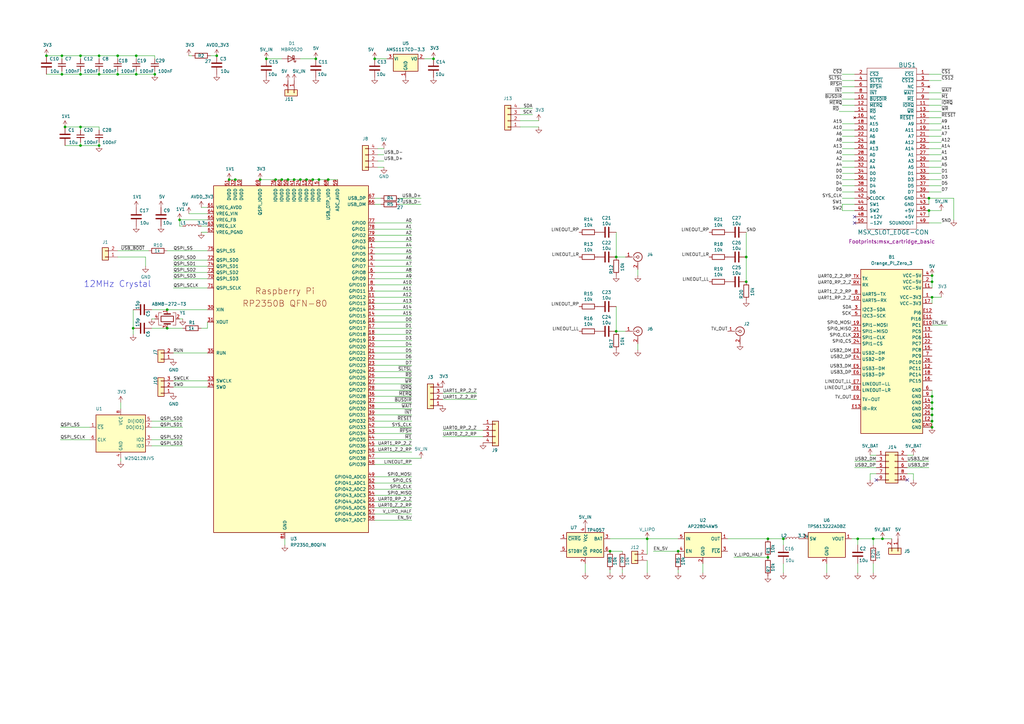
<source format=kicad_sch>
(kicad_sch (version 20231120) (generator "eeschema") (generator_version "8.0")
  (paper "A3")
  (lib_symbols
    (symbol "Battery_Management:TP4057"
      (property "Reference" "U" (at -6.35 6.604 0))
      (property "Value" "TP4057" (at 1.524 6.604 0))
      (symbol "TP4057_1_1"
        (pin open_collector line (at -10.16 2.54 0) (length 2.54) (name "~{CHRG}") (number "1"))
        (pin power_in line (at 0 -7.62 90) (length 2.54) (name "GND") (number "2"))
        (pin power_out line (at 10.16 2.54 180) (length 2.54) (name "BAT") (number "3"))
        (pin power_in line (at 0 7.62 270) (length 2.54) (name "V_{CC}") (number "4"))
        (pin open_collector line (at -10.16 -2.54 0) (length 2.54) (name "STDBY") (number "5"))
        (pin passive line (at 10.16 -2.54 180) (length 2.54) (name "PROG") (number "6"))
      )
    )
    (symbol "Connector:Conn_Coaxial" (pin_names (offset 1.016) hide)
      (property "Reference" "J" (at 0.254 3.048 0))
      (property "Value" "Conn_Coaxial" (at 2.921 0 90))
      (symbol "Conn_Coaxial_1_1"
        (pin passive line (at -5.08 0 0) (length 2.54) (name "In") (number "1"))
        (pin passive line (at 0 -5.08 90) (length 2.54) (name "Ext") (number "2"))
      )
    )
    (symbol "Connector_Generic:Conn_01x02" (pin_names (offset 1.016) hide)
      (property "Reference" "J" (at 0 2.54 0))
      (property "Value" "Conn_01x02" (at 0 -5.08 0))
      (symbol "Conn_01x02_1_1"
        (pin passive line (at -5.08 0 0) (length 3.81) (name "Pin_1") (number "1"))
        (pin passive line (at -5.08 -2.54 0) (length 3.81) (name "Pin_2") (number "2"))
      )
    )
    (symbol "Connector_Generic:Conn_01x03" (pin_names (offset 1.016) hide)
      (property "Reference" "J" (at 0 5.08 0))
      (property "Value" "Conn_01x03" (at 0 -5.08 0))
      (symbol "Conn_01x03_1_1"
        (pin passive line (at -5.08 2.54 0) (length 3.81) (name "Pin_1") (number "1"))
        (pin passive line (at -5.08 0 0) (length 3.81) (name "Pin_2") (number "2"))
        (pin passive line (at -5.08 -2.54 0) (length 3.81) (name "Pin_3") (number "3"))
      )
    )
    (symbol "Connector_Generic:Conn_01x04" (pin_names (offset 1.016) hide)
      (property "Reference" "J" (at 0 5.08 0))
      (property "Value" "Conn_01x04" (at 0 -7.62 0))
      (symbol "Conn_01x04_1_1"
        (pin passive line (at -5.08 2.54 0) (length 3.81) (name "Pin_1") (number "1"))
        (pin passive line (at -5.08 0 0) (length 3.81) (name "Pin_2") (number "2"))
        (pin passive line (at -5.08 -2.54 0) (length 3.81) (name "Pin_3") (number "3"))
        (pin passive line (at -5.08 -5.08 0) (length 3.81) (name "Pin_4") (number "4"))
      )
    )
    (symbol "Connector_Generic:Conn_02x05_Odd_Even" (pin_names (offset 1.016) hide)
      (property "Reference" "J" (at 1.27 7.62 0))
      (property "Value" "Conn_02x05_Odd_Even" (at 1.27 -7.62 0))
      (symbol "Conn_02x05_Odd_Even_1_1"
        (pin passive line (at -5.08 5.08 0) (length 3.81) (name "Pin_1") (number "1"))
        (pin passive line (at 7.62 -5.08 180) (length 3.81) (name "Pin_10") (number "10"))
        (pin passive line (at 7.62 5.08 180) (length 3.81) (name "Pin_2") (number "2"))
        (pin passive line (at -5.08 2.54 0) (length 3.81) (name "Pin_3") (number "3"))
        (pin passive line (at 7.62 2.54 180) (length 3.81) (name "Pin_4") (number "4"))
        (pin passive line (at -5.08 0 0) (length 3.81) (name "Pin_5") (number "5"))
        (pin passive line (at 7.62 0 180) (length 3.81) (name "Pin_6") (number "6"))
        (pin passive line (at -5.08 -2.54 0) (length 3.81) (name "Pin_7") (number "7"))
        (pin passive line (at 7.62 -2.54 180) (length 3.81) (name "Pin_8") (number "8"))
        (pin passive line (at -5.08 -5.08 0) (length 3.81) (name "Pin_9") (number "9"))
      )
    )
    (symbol "Device:C" (pin_numbers hide) (pin_names (offset 0.254))
      (property "Reference" "C" (at 0.635 2.54 0))
      (property "Value" "C" (at 0.635 -2.54 0))
      (symbol "C_1_1"
        (pin passive line (at 0 3.81 270) (length 2.794) (name "~") (number "1"))
        (pin passive line (at 0 -3.81 90) (length 2.794) (name "~") (number "2"))
      )
    )
    (symbol "Device:C_Small" (pin_numbers hide) (pin_names (offset 0.254) hide)
      (property "Reference" "C" (at 0.254 1.778 0))
      (property "Value" "C_Small" (at 0.254 -2.032 0))
      (symbol "C_Small_1_1"
        (pin passive line (at 0 2.54 270) (length 2.032) (name "~") (number "1"))
        (pin passive line (at 0 -2.54 90) (length 2.032) (name "~") (number "2"))
      )
    )
    (symbol "Device:Crystal_GND24" (pin_names (offset 1.016) hide)
      (property "Reference" "Y" (at 3.175 5.08 0))
      (property "Value" "Crystal_GND24" (at 3.175 3.175 0))
      (symbol "Crystal_GND24_1_1"
        (pin passive line (at -3.81 0 0) (length 1.27) (name "1") (number "1"))
        (pin passive line (at 0 5.08 270) (length 1.27) (name "2") (number "2"))
        (pin passive line (at 3.81 0 180) (length 1.27) (name "3") (number "3"))
        (pin passive line (at 0 -5.08 90) (length 1.27) (name "4") (number "4"))
      )
    )
    (symbol "Device:L" (pin_numbers hide) (pin_names (offset 1.016) hide)
      (property "Reference" "L" (at -1.27 0 90))
      (property "Value" "L" (at 1.905 0 90))
      (symbol "L_1_1"
        (pin passive line (at 0 3.81 270) (length 1.27) (name "1") (number "1"))
        (pin passive line (at 0 -3.81 90) (length 1.27) (name "2") (number "2"))
      )
    )
    (symbol "Device:R" (pin_numbers hide) (pin_names (offset 0))
      (property "Reference" "R" (at 2.032 0 90))
      (property "Value" "R" (at 0 0 90))
      (symbol "R_1_1"
        (pin passive line (at 0 3.81 270) (length 1.27) (name "~") (number "1"))
        (pin passive line (at 0 -3.81 90) (length 1.27) (name "~") (number "2"))
      )
    )
    (symbol "Diode:MBR0520" (pin_numbers hide) (pin_names (offset 1.016) hide)
      (property "Reference" "D" (at 0 2.54 0))
      (property "Value" "MBR0520" (at 0 -2.54 0))
      (symbol "MBR0520_1_1"
        (pin passive line (at -3.81 0 0) (length 2.54) (name "K") (number "1"))
        (pin passive line (at 3.81 0 180) (length 2.54) (name "A") (number "2"))
      )
    )
    (symbol "MCU_RaspberryPi_RP2350:RP2350_80QFN" (pin_names (offset 1.016))
      (property "Reference" "U" (at -29.21 49.53 0))
      (property "Value" "RP2350_80QFN" (at 25.4 -96.52 0))
      (symbol "RP2350_80QFN_0_0"
        (text "Raspberry Pi" (at 0 5.08 0) (effects (font (size 2.54 2.54))))
      )
      (symbol "RP2350_80QFN_1_0"
        (text "RP2350B QFN-80" (at 0 0 0) (effects (font (size 2.54 2.54))))
      )
      (symbol "RP2350_80QFN_1_1"
        (pin bidirectional line (at 36.83 22.86 180) (length 2.54) (name "GPIO4") (number "1"))
        (pin power_in line (at -17.78 50.8 270) (length 2.54) (name "DVDD") (number "10"))
        (pin bidirectional line (at 36.83 2.54 180) (length 2.54) (name "GPIO12") (number "11"))
        (pin bidirectional line (at 36.83 0 180) (length 2.54) (name "GPIO13") (number "12"))
        (pin bidirectional line (at 36.83 -2.54 180) (length 2.54) (name "GPIO14") (number "13"))
        (pin bidirectional line (at 36.83 -5.08 180) (length 2.54) (name "GPIO15") (number "14"))
        (pin power_in line (at 8.89 50.8 270) (length 2.54) (name "IOVDD") (number "15"))
        (pin bidirectional line (at 36.83 -7.62 180) (length 2.54) (name "GPIO16") (number "16"))
        (pin bidirectional line (at 36.83 -10.16 180) (length 2.54) (name "GPIO17") (number "17"))
        (pin bidirectional line (at 36.83 -12.7 180) (length 2.54) (name "GPIO18") (number "18"))
        (pin bidirectional line (at 36.83 -15.24 180) (length 2.54) (name "GPIO19") (number "19"))
        (pin bidirectional line (at 36.83 20.32 180) (length 2.54) (name "GPIO5") (number "2"))
        (pin bidirectional line (at 36.83 -17.78 180) (length 2.54) (name "GPIO20") (number "20"))
        (pin bidirectional line (at 36.83 -20.32 180) (length 2.54) (name "GPIO21") (number "21"))
        (pin bidirectional line (at 36.83 -22.86 180) (length 2.54) (name "GPIO22") (number "22"))
        (pin bidirectional line (at 36.83 -25.4 180) (length 2.54) (name "GPIO23") (number "23"))
        (pin power_in line (at 6.35 50.8 270) (length 2.54) (name "IOVDD") (number "24"))
        (pin bidirectional line (at 36.83 -27.94 180) (length 2.54) (name "GPIO24") (number "25"))
        (pin bidirectional line (at 36.83 -30.48 180) (length 2.54) (name "GPIO25") (number "26"))
        (pin bidirectional line (at 36.83 -33.02 180) (length 2.54) (name "GPIO26") (number "27"))
        (pin bidirectional line (at 36.83 -35.56 180) (length 2.54) (name "GPIO27") (number "28"))
        (pin power_in line (at 11.43 50.8 270) (length 2.54) (name "IOVDD") (number "29"))
        (pin bidirectional line (at 36.83 17.78 180) (length 2.54) (name "GPIO6") (number "3"))
        (pin input line (at -31.75 -2.54 0) (length 2.54) (name "XIN") (number "30"))
        (pin passive line (at -31.75 -7.62 0) (length 2.54) (name "XOUT") (number "31"))
        (pin power_in line (at -20.32 50.8 270) (length 2.54) (name "DVDD") (number "32"))
        (pin output line (at -31.75 -31.75 0) (length 2.54) (name "SWCLK") (number "33"))
        (pin bidirectional line (at -31.75 -34.29 0) (length 2.54) (name "SWD") (number "34"))
        (pin input line (at -31.75 -20.32 0) (length 2.54) (name "RUN") (number "35"))
        (pin bidirectional line (at 36.83 -38.1 180) (length 2.54) (name "GPIO28") (number "36"))
        (pin bidirectional line (at 36.83 -40.64 180) (length 2.54) (name "GPIO29") (number "37"))
        (pin bidirectional line (at 36.83 -43.18 180) (length 2.54) (name "GPIO30") (number "38"))
        (pin bidirectional line (at 36.83 -45.72 180) (length 2.54) (name "GPIO31") (number "39"))
        (pin bidirectional line (at 36.83 15.24 180) (length 2.54) (name "GPIO7") (number "4"))
        (pin bidirectional line (at 36.83 -48.26 180) (length 2.54) (name "GPIO32") (number "40"))
        (pin power_in line (at 3.81 50.8 270) (length 2.54) (name "IOVDD") (number "41"))
        (pin bidirectional line (at 36.83 -50.8 180) (length 2.54) (name "GPIO33") (number "42"))
        (pin bidirectional line (at 36.83 -53.34 180) (length 2.54) (name "GPIO34") (number "43"))
        (pin bidirectional line (at 36.83 -55.88 180) (length 2.54) (name "GPIO35") (number "44"))
        (pin bidirectional line (at 36.83 -58.42 180) (length 2.54) (name "GPIO36") (number "45"))
        (pin bidirectional line (at 36.83 -60.96 180) (length 2.54) (name "GPIO37") (number "46"))
        (pin bidirectional line (at 36.83 -63.5 180) (length 2.54) (name "GPIO38") (number "47"))
        (pin bidirectional line (at 36.83 -66.04 180) (length 2.54) (name "GPIO39") (number "48"))
        (pin bidirectional line (at 36.83 -71.12 180) (length 2.54) (name "GPIO40_ADC0") (number "49"))
        (pin power_in line (at 13.97 50.8 270) (length 2.54) (name "IOVDD") (number "5"))
        (pin power_in line (at 1.27 50.8 270) (length 2.54) (name "IOVDD") (number "50"))
        (pin power_in line (at -22.86 50.8 270) (length 2.54) (name "DVDD") (number "51"))
        (pin bidirectional line (at 36.83 -73.66 180) (length 2.54) (name "GPIO41_ADC1") (number "52"))
        (pin bidirectional line (at 36.83 -76.2 180) (length 2.54) (name "GPIO42_ADC2") (number "53"))
        (pin bidirectional line (at 36.83 -78.74 180) (length 2.54) (name "GPIO43_ADC3") (number "54"))
        (pin bidirectional line (at 36.83 -81.28 180) (length 2.54) (name "GPIO44_ADC4") (number "55"))
        (pin bidirectional line (at 36.83 -83.82 180) (length 2.54) (name "GPIO45_ADC5") (number "56"))
        (pin bidirectional line (at 36.83 -86.36 180) (length 2.54) (name "GPIO46_ADC6") (number "57"))
        (pin bidirectional line (at 36.83 -88.9 180) (length 2.54) (name "GPIO47_ADC7") (number "58"))
        (pin power_in line (at 21.59 50.8 270) (length 2.54) (name "ADC_AVDD") (number "59"))
        (pin bidirectional line (at 36.83 12.7 180) (length 2.54) (name "GPIO8") (number "6"))
        (pin power_in line (at -1.27 50.8 270) (length 2.54) (name "IOVDD") (number "60"))
        (pin power_in line (at -31.75 39.37 0) (length 2.54) (name "VREG_AVDD") (number "61"))
        (pin power_in line (at -31.75 29.21 0) (length 2.54) (name "VREG_PGND") (number "62"))
        (pin power_out line (at -31.75 31.75 0) (length 2.54) (name "VREG_LX") (number "63"))
        (pin power_in line (at -31.75 36.83 0) (length 2.54) (name "VREG_VIN") (number "64"))
        (pin input line (at -31.75 34.29 0) (length 2.54) (name "VREG_FB") (number "65"))
        (pin bidirectional line (at 36.83 40.64 180) (length 2.54) (name "USB_DM") (number "66"))
        (pin bidirectional line (at 36.83 43.18 180) (length 2.54) (name "USB_DP") (number "67"))
        (pin power_in line (at 17.78 50.8 270) (length 2.54) (name "USB_OTP_VDD") (number "68"))
        (pin power_in line (at -10.16 50.8 270) (length 2.54) (name "QSPI_IOVDD") (number "69"))
        (pin bidirectional line (at 36.83 10.16 180) (length 2.54) (name "GPIO9") (number "7"))
        (pin bidirectional line (at -31.75 10.16 0) (length 2.54) (name "QSPI_SD3") (number "70"))
        (pin output line (at -31.75 6.35 0) (length 2.54) (name "QSPI_SCLK") (number "71"))
        (pin bidirectional line (at -31.75 17.78 0) (length 2.54) (name "QSPI_SD0") (number "72"))
        (pin bidirectional line (at -31.75 12.7 0) (length 2.54) (name "QSPI_SD2") (number "73"))
        (pin bidirectional line (at -31.75 15.24 0) (length 2.54) (name "QSPI_SD1") (number "74"))
        (pin bidirectional line (at -31.75 21.59 0) (length 2.54) (name "QSPI_SS") (number "75"))
        (pin power_in line (at -3.81 50.8 270) (length 2.54) (name "IOVDD") (number "76"))
        (pin bidirectional line (at 36.83 33.02 180) (length 2.54) (name "GPIO0") (number "77"))
        (pin bidirectional line (at 36.83 30.48 180) (length 2.54) (name "GPIO1") (number "78"))
        (pin bidirectional line (at 36.83 27.94 180) (length 2.54) (name "GPIO2") (number "79"))
        (pin bidirectional line (at 36.83 7.62 180) (length 2.54) (name "GPIO10") (number "8"))
        (pin bidirectional line (at 36.83 25.4 180) (length 2.54) (name "GPIO3") (number "80"))
        (pin power_in line (at 0 -96.52 90) (length 2.54) (name "GND") (number "81"))
        (pin bidirectional line (at 36.83 5.08 180) (length 2.54) (name "GPIO11") (number "9"))
      )
    )
    (symbol "Memory_Flash:W25Q128JVS"
      (property "Reference" "U" (at -8.89 8.89 0))
      (property "Value" "W25Q128JVS" (at 7.62 8.89 0))
      (symbol "W25Q128JVS_1_1"
        (pin input line (at -12.7 2.54 0) (length 2.54) (name "~{CS}") (number "1"))
        (pin bidirectional line (at 12.7 2.54 180) (length 2.54) (name "DO(IO1)") (number "2"))
        (pin bidirectional line (at 12.7 -2.54 180) (length 2.54) (name "IO2") (number "3"))
        (pin power_in line (at 0 -10.16 90) (length 2.54) (name "GND") (number "4"))
        (pin bidirectional line (at 12.7 5.08 180) (length 2.54) (name "DI(IO0)") (number "5"))
        (pin input line (at -12.7 -2.54 0) (length 2.54) (name "CLK") (number "6"))
        (pin bidirectional line (at 12.7 -5.08 180) (length 2.54) (name "IO3") (number "7"))
        (pin power_in line (at 0 10.16 270) (length 2.54) (name "VCC") (number "8"))
      )
    )
    (symbol "Power_Management:AP22804AW5"
      (property "Reference" "U" (at -7.62 -6.35 0))
      (property "Value" "AP22804AW5" (at -7.62 6.35 0))
      (symbol "AP22804AW5_1_1"
        (pin power_out line (at 10.16 2.54 180) (length 2.54) (name "OUT") (number "1"))
        (pin power_in line (at 0 -7.62 90) (length 2.54) (name "GND") (number "2"))
        (pin open_collector line (at 10.16 -2.54 180) (length 2.54) (name "~{FLG}") (number "3"))
        (pin input line (at -10.16 -2.54 0) (length 2.54) (name "EN") (number "4"))
        (pin power_in line (at -10.16 2.54 0) (length 2.54) (name "IN") (number "5"))
      )
    )
    (symbol "Regulator_Linear:AMS1117CD-3.3" (pin_names (offset 0.254))
      (property "Reference" "U" (at -3.81 3.175 0))
      (property "Value" "AMS1117CD-3.3" (at 0 3.175 0))
      (symbol "AMS1117CD-3.3_1_1"
        (pin power_in line (at 0 -7.62 90) (length 2.54) (name "GND") (number "1"))
        (pin power_out line (at 7.62 0 180) (length 2.54) (name "VO") (number "2"))
        (pin power_in line (at -7.62 0 0) (length 2.54) (name "VI") (number "3"))
      )
    )
    (symbol "Regulator_Switching:TPS613222ADBZ"
      (property "Reference" "U" (at -7.62 6.35 0))
      (property "Value" "TPS613222ADBZ" (at 2.54 6.35 0))
      (symbol "TPS613222ADBZ_1_1"
        (pin power_out line (at 10.16 2.54 180) (length 2.54) (name "VOUT") (number "1"))
        (pin power_in line (at -10.16 2.54 0) (length 2.54) (name "SW") (number "2"))
        (pin power_in line (at 0 -7.62 90) (length 2.54) (name "GND") (number "3"))
      )
    )
    (symbol "TRH9000:MSX_SLOT_EDGE-CON" (pin_names (offset 1.016)) (in_bom no)
      (property "Reference" "BUS1" (at -6.35 34.29 0))
      (property "Value" "MSX_SLOT_EDGE-CON" (at 10.16 -34.29 0))
      (symbol "MSX_SLOT_EDGE-CON_1_1"
        (pin output line (at -15.24 30.48 0) (length 5.08) (name "~{CS1}") (number "1"))
        (pin bidirectional line (at 15.24 20.32 180) (length 5.08) (name "~{BUSDIR}") (number "10"))
        (pin output line (at -15.24 17.78 0) (length 5.08) (name "~{IORQ}") (number "11"))
        (pin input line (at 15.24 17.78 180) (length 5.08) (name "~{MERQ}") (number "12"))
        (pin output line (at -15.24 15.24 0) (length 5.08) (name "~{WR}") (number "13"))
        (pin output line (at 15.24 15.24 180) (length 5.08) (name "~{RD}") (number "14"))
        (pin output line (at -15.24 12.7 0) (length 5.08) (name "~{RESET}") (number "15"))
        (pin no_connect line (at 15.24 12.7 180) (length 5.08) (name "NC") (number "16"))
        (pin output line (at -15.24 10.16 0) (length 5.08) (name "A9") (number "17"))
        (pin output line (at 15.24 10.16 180) (length 5.08) (name "A15") (number "18"))
        (pin output line (at -15.24 7.62 0) (length 5.08) (name "A11") (number "19"))
        (pin output line (at 15.24 30.48 180) (length 5.08) (name "~{CS2}") (number "2"))
        (pin output line (at 15.24 7.62 180) (length 5.08) (name "A10") (number "20"))
        (pin output line (at -15.24 5.08 0) (length 5.08) (name "A7") (number "21"))
        (pin output line (at 15.24 5.08 180) (length 5.08) (name "A6") (number "22"))
        (pin output line (at -15.24 2.54 0) (length 5.08) (name "A12") (number "23"))
        (pin output line (at 15.24 2.54 180) (length 5.08) (name "A8") (number "24"))
        (pin output line (at -15.24 0 0) (length 5.08) (name "A14") (number "25"))
        (pin output line (at 15.24 0 180) (length 5.08) (name "A13") (number "26"))
        (pin output line (at -15.24 -2.54 0) (length 5.08) (name "A1") (number "27"))
        (pin output line (at 15.24 -2.54 180) (length 5.08) (name "A0") (number "28"))
        (pin output line (at -15.24 -5.08 0) (length 5.08) (name "A3") (number "29"))
        (pin output line (at -15.24 27.94 0) (length 5.08) (name "~{CS12}") (number "3"))
        (pin output line (at 15.24 -5.08 180) (length 5.08) (name "A2") (number "30"))
        (pin output line (at -15.24 -7.62 0) (length 5.08) (name "A5") (number "31"))
        (pin output line (at 15.24 -7.62 180) (length 5.08) (name "A4") (number "32"))
        (pin tri_state line (at -15.24 -10.16 0) (length 5.08) (name "D1") (number "33"))
        (pin tri_state line (at 15.24 -10.16 180) (length 5.08) (name "D0") (number "34"))
        (pin tri_state line (at -15.24 -12.7 0) (length 5.08) (name "D3") (number "35"))
        (pin tri_state line (at 15.24 -12.7 180) (length 5.08) (name "D2~{}") (number "36"))
        (pin tri_state line (at -15.24 -15.24 0) (length 5.08) (name "D5") (number "37"))
        (pin tri_state line (at 15.24 -15.24 180) (length 5.08) (name "D4") (number "38"))
        (pin tri_state line (at -15.24 -17.78 0) (length 5.08) (name "D7") (number "39"))
        (pin output line (at 15.24 27.94 180) (length 5.08) (name "~{SLTSL}") (number "4"))
        (pin tri_state line (at 15.24 -17.78 180) (length 5.08) (name "D6") (number "40"))
        (pin power_in line (at -15.24 -20.32 0) (length 5.08) (name "GND") (number "41"))
        (pin output clock (at 15.24 -20.32 180) (length 5.08) (name "CLOCK") (number "42"))
        (pin power_in line (at -15.24 -22.86 0) (length 5.08) (name "GND") (number "43"))
        (pin passive line (at 15.24 -22.86 180) (length 5.08) (name "SW1") (number "44"))
        (pin power_in line (at -15.24 -25.4 0) (length 5.08) (name "+5V") (number "45"))
        (pin passive line (at 15.24 -25.4 180) (length 5.08) (name "SW2") (number "46"))
        (pin power_in line (at -15.24 -27.94 0) (length 5.08) (name "+5V") (number "47"))
        (pin power_in line (at 15.24 -27.94 180) (length 5.08) (name "+12V") (number "48"))
        (pin output line (at -15.24 -30.48 0) (length 5.08) (name "SOUNDOUT") (number "49"))
        (pin no_connect line (at -15.24 25.4 0) (length 5.08) (name "NC") (number "5"))
        (pin power_in line (at 15.24 -30.48 180) (length 5.08) (name "-12V") (number "50"))
        (pin output line (at 15.24 25.4 180) (length 5.08) (name "~{RFSH}") (number "6"))
        (pin input line (at -15.24 22.86 0) (length 5.08) (name "~{WAIT}") (number "7"))
        (pin open_collector line (at 15.24 22.86 180) (length 5.08) (name "~{INT}") (number "8"))
        (pin output line (at -15.24 20.32 0) (length 5.08) (name "~{M1}") (number "9"))
      )
    )
    (symbol "banana_pi_m2_zero:Orange Pi Zero 3"
      (property "Reference" "B" (at 0.254 1.27 0))
      (property "Value" "Orange_PI_Zero_3" (at 11.938 1.778 0))
      (symbol "Orange Pi Zero 3_1_1"
        (pin power_out line (at 16.51 -11.43 180) (length 3.81) (name "VCC-3V3") (number "1"))
        (pin bidirectional line (at -16.51 -12.7 0) (length 3.81) (name "UART5-RX") (number "10"))
        (pin bidirectional line (at 16.51 -27.94 180) (length 3.81) (name "PC6") (number "11"))
        (pin bidirectional line (at 16.51 -40.64 180) (length 3.81) (name "PC11") (number "12"))
        (pin bidirectional line (at 16.51 -25.4 180) (length 3.81) (name "PC5") (number "13"))
        (pin power_in line (at 16.51 -54.61 180) (length 3.81) (name "GND") (number "14"))
        (pin bidirectional line (at 16.51 -33.02 180) (length 3.81) (name "PC8") (number "15"))
        (pin bidirectional line (at 16.51 -45.72 180) (length 3.81) (name "PC15") (number "16"))
        (pin power_out line (at 16.51 -13.97 180) (length 3.81) (name "VCC-3V3") (number "17"))
        (pin bidirectional line (at 16.51 -43.18 180) (length 3.81) (name "PC14") (number "18"))
        (pin bidirectional line (at -16.51 -22.86 0) (length 3.81) (name "SPI1-MOSI") (number "19"))
        (pin power_in line (at 16.51 -5.08 180) (length 3.81) (name "VCC-5V") (number "2"))
        (pin power_in line (at 16.51 -57.15 180) (length 3.81) (name "GND") (number "20"))
        (pin bidirectional line (at -16.51 -25.4 0) (length 3.81) (name "SPI1-MISO") (number "21"))
        (pin bidirectional line (at 16.51 -30.48 180) (length 3.81) (name "PC7") (number "22"))
        (pin bidirectional line (at -16.51 -27.94 0) (length 3.81) (name "SPI1-CLK") (number "23"))
        (pin bidirectional line (at -16.51 -30.48 0) (length 3.81) (name "SPI1-CS") (number "24"))
        (pin power_in line (at 16.51 -59.69 180) (length 3.81) (name "GND") (number "25"))
        (pin bidirectional line (at 16.51 -38.1 180) (length 3.81) (name "PC10") (number "26"))
        (pin bidirectional line (at -16.51 -16.51 0) (length 3.81) (name "I2C3-SDA") (number "3"))
        (pin power_in line (at 16.51 -2.54 180) (length 3.81) (name "VCC-5V") (number "4"))
        (pin bidirectional line (at -16.51 -19.05 0) (length 3.81) (name "I2C3-SCK") (number "5"))
        (pin power_in line (at 16.51 -49.53 180) (length 3.81) (name "GND") (number "6"))
        (pin bidirectional line (at 16.51 -35.56 180) (length 3.81) (name "PC9") (number "7"))
        (pin bidirectional line (at -16.51 -10.16 0) (length 3.81) (name "UART5-TX") (number "8"))
        (pin power_in line (at 16.51 -52.07 180) (length 3.81) (name "GND") (number "9"))
        (pin power_in line (at 16.51 -7.62 180) (length 3.81) (name "VCC-5V") (number "E1"))
        (pin bidirectional line (at 16.51 -22.86 180) (length 3.81) (name "PC1") (number "E10"))
        (pin bidirectional line (at 16.51 -20.32 180) (length 3.81) (name "PI16") (number "E11"))
        (pin bidirectional line (at 16.51 -17.78 180) (length 3.81) (name "PI6") (number "E12"))
        (pin input line (at -16.51 -57.15 0) (length 3.81) (name "IR-RX") (number "E13"))
        (pin power_in line (at 16.51 -62.23 180) (length 3.81) (name "GND") (number "E2"))
        (pin bidirectional line (at -16.51 -34.29 0) (length 3.81) (name "USB2-DM") (number "E3"))
        (pin bidirectional line (at -16.51 -36.83 0) (length 3.81) (name "USB2-DP") (number "E4"))
        (pin bidirectional line (at -16.51 -40.64 0) (length 3.81) (name "USB3-DM") (number "E5"))
        (pin bidirectional line (at -16.51 -43.18 0) (length 3.81) (name "USB3-DP") (number "E6"))
        (pin output line (at -16.51 -46.99 0) (length 3.81) (name "LINEOUT-LL") (number "E7"))
        (pin output line (at -16.51 -49.53 0) (length 3.81) (name "LINEOUT-LR") (number "E8"))
        (pin output line (at -16.51 -53.34 0) (length 3.81) (name "TV-OUT") (number "E9"))
        (pin power_in line (at 16.51 -64.77 180) (length 3.81) (name "GND") (number "GND"))
        (pin bidirectional line (at -16.51 -6.35 0) (length 3.81) (name "RX") (number "RX"))
        (pin bidirectional line (at -16.51 -3.81 0) (length 3.81) (name "TX") (number "TX"))
      )
    )
    (symbol "power:+1V1" (power) (pin_names (offset 0))
      (property "Value" "+1V1" (at 0 3.556 0))
      (symbol "+1V1_1_1"
        (pin power_in line (at 0 0 90) (length 0) hide (name "+1V1") (number "1"))
      )
    )
    (symbol "power:+3V3" (power) (pin_names (offset 0))
      (property "Value" "+3V3" (at 0 3.556 0))
      (symbol "+3V3_1_1"
        (pin power_in line (at 0 0 90) (length 0) hide (name "+3V3") (number "1"))
      )
    )
    (symbol "power:+5V" (power) (pin_names (offset 0))
      (property "Value" "+5V" (at 0 3.556 0))
      (symbol "+5V_1_1"
        (pin power_in line (at 0 0 90) (length 0) hide (name "+5V") (number "1"))
      )
    )
    (symbol "power:GND" (power) (pin_names (offset 0))
      (property "Value" "GND" (at 0 -3.81 0))
      (symbol "GND_1_1"
        (pin power_in line (at 0 0 270) (length 0) hide (name "GND") (number "1"))
      )
    )
  )
  (junction (at 134.62 73.66))
  (junction (at 25.4 22.86))
  (junction (at 306.07 105.41))
  (junction (at 123.19 73.66))
  (junction (at 33.02 59.69))
  (junction (at 19.05 22.86))
  (junction (at 358.14 220.98))
  (junction (at 63.5 30.48))
  (junction (at 177.8 24.13))
  (junction (at 153.67 24.13))
  (junction (at 26.67 52.07))
  (junction (at 48.26 30.48))
  (junction (at 55.88 30.48))
  (junction (at 252.73 135.89))
  (junction (at 55.88 22.86))
  (junction (at 382.27 172.72))
  (junction (at 96.52 73.66))
  (junction (at 33.02 30.48))
  (junction (at 130.81 73.66))
  (junction (at 382.27 165.1))
  (junction (at 128.27 73.66))
  (junction (at 382.27 162.56))
  (junction (at 125.73 73.66))
  (junction (at 120.65 73.66))
  (junction (at 250.19 226.06))
  (junction (at 118.11 73.66))
  (junction (at 321.31 220.98))
  (junction (at 25.4 30.48))
  (junction (at 382.27 115.57))
  (junction (at 68.58 127))
  (junction (at 73.66 90.17))
  (junction (at 278.13 226.06))
  (junction (at 382.27 175.26))
  (junction (at 48.26 22.86))
  (junction (at 68.58 134.62))
  (junction (at 129.54 24.13))
  (junction (at 381 81.28))
  (junction (at 314.96 228.6))
  (junction (at 93.98 73.66))
  (junction (at 40.64 30.48))
  (junction (at 115.57 73.66))
  (junction (at 106.68 73.66))
  (junction (at 113.03 73.66))
  (junction (at 265.43 220.98))
  (junction (at 314.96 220.98))
  (junction (at 54.61 134.62))
  (junction (at 381 86.36))
  (junction (at 382.27 170.18))
  (junction (at 33.02 52.07))
  (junction (at 361.95 220.98))
  (junction (at 382.27 113.03))
  (junction (at 40.64 22.86))
  (junction (at 382.27 167.64))
  (junction (at 109.22 24.13))
  (junction (at 88.9 22.86))
  (junction (at 252.73 105.41))
  (junction (at 40.64 59.69))
  (junction (at 351.79 220.98))
  (junction (at 306.07 115.57))
  (junction (at 382.27 121.92))
  (junction (at 33.02 22.86))
  (no_connect (at 372.11 196.85))
  (no_connect (at 350.52 91.44))
  (no_connect (at 350.52 88.9))
  (no_connect (at 359.41 196.85))
  (wire (pts (xy 345.44 63.5) (xy 350.52 63.5)))
  (wire (pts (xy 345.44 71.12) (xy 350.52 71.12)))
  (wire (pts (xy 157.48 68.58) (xy 154.94 68.58)))
  (wire (pts (xy 55.88 30.48) (xy 63.5 30.48)))
  (wire (pts (xy 153.67 139.7) (xy 168.91 139.7)))
  (wire (pts (xy 153.67 213.36) (xy 168.91 213.36)))
  (wire (pts (xy 128.27 73.66) (xy 130.81 73.66)))
  (wire (pts (xy 345.44 40.64) (xy 350.52 40.64)))
  (wire (pts (xy 68.58 102.87) (xy 85.09 102.87)))
  (wire (pts (xy 33.02 29.21) (xy 33.02 30.48)))
  (wire (pts (xy 109.22 24.13) (xy 115.57 24.13)))
  (wire (pts (xy 62.23 182.88) (xy 74.93 182.88)))
  (wire (pts (xy 153.67 144.78) (xy 168.91 144.78)))
  (wire (pts (xy 381 63.5) (xy 386.08 63.5)))
  (wire (pts (xy 153.67 127) (xy 168.91 127)))
  (wire (pts (xy 382.27 121.92) (xy 382.27 124.46)))
  (wire (pts (xy 381 43.18) (xy 386.08 43.18)))
  (wire (pts (xy 123.19 73.66) (xy 125.73 73.66)))
  (wire (pts (xy 54.61 134.62) (xy 54.61 137.16)))
  (wire (pts (xy 153.67 172.72) (xy 168.91 172.72)))
  (wire (pts (xy 381 73.66) (xy 386.08 73.66)))
  (wire (pts (xy 55.88 22.86) (xy 55.88 24.13)))
  (wire (pts (xy 153.67 99.06) (xy 168.91 99.06)))
  (wire (pts (xy 372.11 194.31) (xy 374.65 194.31)))
  (wire (pts (xy 240.03 234.95) (xy 240.03 231.14)))
  (wire (pts (xy 153.67 175.26) (xy 168.91 175.26)))
  (wire (pts (xy 345.44 33.02) (xy 350.52 33.02)))
  (wire (pts (xy 93.98 73.66) (xy 96.52 73.66)))
  (wire (pts (xy 382.27 162.56) (xy 382.27 165.1)))
  (wire (pts (xy 252.73 135.89) (xy 256.54 135.89)))
  (wire (pts (xy 85.09 156.21) (xy 71.12 156.21)))
  (wire (pts (xy 40.64 29.21) (xy 40.64 30.48)))
  (wire (pts (xy 62.23 130.81) (xy 63.5 130.81)))
  (wire (pts (xy 153.67 210.82) (xy 168.91 210.82)))
  (wire (pts (xy 381 83.82) (xy 381 81.28)))
  (wire (pts (xy 153.67 182.88) (xy 168.91 182.88)))
  (wire (pts (xy 345.44 60.96) (xy 350.52 60.96)))
  (wire (pts (xy 220.98 52.07) (xy 213.36 52.07)))
  (wire (pts (xy 345.44 53.34) (xy 350.52 53.34)))
  (wire (pts (xy 265.43 220.98) (xy 265.43 227.33)))
  (wire (pts (xy 85.09 158.75) (xy 71.12 158.75)))
  (wire (pts (xy 345.44 58.42) (xy 350.52 58.42)))
  (wire (pts (xy 55.88 22.86) (xy 63.5 22.86)))
  (wire (pts (xy 374.65 194.31) (xy 374.65 196.85)))
  (wire (pts (xy 381 45.72) (xy 386.08 45.72)))
  (wire (pts (xy 153.67 205.74) (xy 168.91 205.74)))
  (wire (pts (xy 55.88 30.48) (xy 55.88 29.21)))
  (wire (pts (xy 73.66 90.17) (xy 85.09 90.17)))
  (wire (pts (xy 118.11 73.66) (xy 120.65 73.66)))
  (wire (pts (xy 153.67 111.76) (xy 168.91 111.76)))
  (wire (pts (xy 59.69 105.41) (xy 59.69 109.22)))
  (wire (pts (xy 250.19 220.98) (xy 265.43 220.98)))
  (wire (pts (xy 33.02 52.07) (xy 33.02 53.34)))
  (wire (pts (xy 351.79 234.95) (xy 351.79 231.14)))
  (wire (pts (xy 153.67 124.46) (xy 168.91 124.46)))
  (wire (pts (xy 48.26 30.48) (xy 55.88 30.48)))
  (wire (pts (xy 113.03 73.66) (xy 115.57 73.66)))
  (wire (pts (xy 358.14 220.98) (xy 361.95 220.98)))
  (wire (pts (xy 391.16 81.28) (xy 381 81.28)))
  (wire (pts (xy 125.73 73.66) (xy 128.27 73.66)))
  (wire (pts (xy 153.67 185.42) (xy 168.91 185.42)))
  (wire (pts (xy 48.26 29.21) (xy 48.26 30.48)))
  (wire (pts (xy 153.67 167.64) (xy 168.91 167.64)))
  (wire (pts (xy 19.05 30.48) (xy 25.4 30.48)))
  (wire (pts (xy 24.765 175.26) (xy 36.83 175.26)))
  (wire (pts (xy 381 191.77) (xy 372.11 191.77)))
  (wire (pts (xy 153.67 114.3) (xy 168.91 114.3)))
  (wire (pts (xy 153.67 134.62) (xy 168.91 134.62)))
  (wire (pts (xy 153.67 157.48) (xy 168.91 157.48)))
  (wire (pts (xy 153.67 121.92) (xy 168.91 121.92)))
  (wire (pts (xy 345.44 78.74) (xy 350.52 78.74)))
  (wire (pts (xy 252.73 125.73) (xy 252.73 135.89)))
  (wire (pts (xy 120.65 73.66) (xy 123.19 73.66)))
  (wire (pts (xy 288.29 234.95) (xy 288.29 231.14)))
  (wire (pts (xy 250.19 234.95) (xy 250.19 233.68)))
  (wire (pts (xy 153.67 147.32) (xy 168.91 147.32)))
  (wire (pts (xy 250.19 226.06) (xy 255.27 226.06)))
  (wire (pts (xy 374.65 186.69) (xy 372.11 186.69)))
  (wire (pts (xy 261.62 113.03) (xy 261.62 110.49)))
  (wire (pts (xy 381 58.42) (xy 386.08 58.42)))
  (wire (pts (xy 157.48 60.96) (xy 154.94 60.96)))
  (wire (pts (xy 48.26 105.41) (xy 59.69 105.41)))
  (wire (pts (xy 130.81 73.66) (xy 134.62 73.66)))
  (wire (pts (xy 153.67 83.82) (xy 156.21 83.82)))
  (wire (pts (xy 96.52 73.66) (xy 99.06 73.66)))
  (wire (pts (xy 298.45 220.98) (xy 314.96 220.98)))
  (wire (pts (xy 321.31 234.95) (xy 321.31 231.14)))
  (wire (pts (xy 116.84 220.98) (xy 116.84 223.52)))
  (wire (pts (xy 77.47 87.63) (xy 85.09 87.63)))
  (wire (pts (xy 88.9 22.86) (xy 86.36 22.86)))
  (wire (pts (xy 63.5 24.13) (xy 63.5 22.86)))
  (wire (pts (xy 382.27 133.35) (xy 388.62 133.35)))
  (wire (pts (xy 134.62 73.66) (xy 138.43 73.66)))
  (wire (pts (xy 153.67 109.22) (xy 168.91 109.22)))
  (wire (pts (xy 181.61 161.29) (xy 195.58 161.29)))
  (wire (pts (xy 68.58 134.62) (xy 74.93 134.62)))
  (wire (pts (xy 345.44 55.88) (xy 350.52 55.88)))
  (wire (pts (xy 265.43 229.87) (xy 265.43 234.95)))
  (wire (pts (xy 62.23 134.62) (xy 68.58 134.62)))
  (wire (pts (xy 153.67 149.86) (xy 168.91 149.86)))
  (wire (pts (xy 40.64 53.34) (xy 40.64 52.07)))
  (wire (pts (xy 218.44 46.99) (xy 213.36 46.99)))
  (wire (pts (xy 265.43 220.98) (xy 278.13 220.98)))
  (wire (pts (xy 382.27 160.02) (xy 382.27 162.56)))
  (wire (pts (xy 351.79 220.98) (xy 358.14 220.98)))
  (wire (pts (xy 33.02 24.13) (xy 33.02 22.86)))
  (wire (pts (xy 153.67 91.44) (xy 168.91 91.44)))
  (wire (pts (xy 391.16 90.17) (xy 391.16 81.28)))
  (wire (pts (xy 345.44 30.48) (xy 350.52 30.48)))
  (wire (pts (xy 386.08 121.92) (xy 382.27 121.92)))
  (wire (pts (xy 48.26 102.87) (xy 60.96 102.87)))
  (wire (pts (xy 382.27 113.03) (xy 382.27 115.57)))
  (wire (pts (xy 153.67 116.84) (xy 168.91 116.84)))
  (wire (pts (xy 33.02 22.86) (xy 40.64 22.86)))
  (wire (pts (xy 356.87 194.31) (xy 356.87 196.85)))
  (wire (pts (xy 382.27 172.72) (xy 382.27 175.26)))
  (wire (pts (xy 153.67 162.56) (xy 168.91 162.56)))
  (wire (pts (xy 49.53 165.1) (xy 49.53 167.64)))
  (wire (pts (xy 381 30.48) (xy 386.08 30.48)))
  (wire (pts (xy 356.87 186.69) (xy 359.41 186.69)))
  (wire (pts (xy 73.66 130.81) (xy 74.93 130.81)))
  (wire (pts (xy 163.83 81.28) (xy 172.72 81.28)))
  (wire (pts (xy 49.53 187.96) (xy 49.53 189.23)))
  (wire (pts (xy 381 55.88) (xy 386.08 55.88)))
  (wire (pts (xy 40.64 24.13) (xy 40.64 22.86)))
  (wire (pts (xy 33.02 30.48) (xy 40.64 30.48)))
  (wire (pts (xy 314.96 220.98) (xy 321.31 220.98)))
  (wire (pts (xy 382.27 170.18) (xy 382.27 172.72)))
  (wire (pts (xy 62.23 127) (xy 68.58 127)))
  (wire (pts (xy 71.12 106.68) (xy 85.09 106.68)))
  (wire (pts (xy 82.55 85.09) (xy 85.09 85.09)))
  (wire (pts (xy 255.27 234.95) (xy 255.27 233.68)))
  (wire (pts (xy 153.67 203.2) (xy 168.91 203.2)))
  (wire (pts (xy 381 78.74) (xy 386.08 78.74)))
  (wire (pts (xy 381 189.23) (xy 372.11 189.23)))
  (wire (pts (xy 306.07 95.25) (xy 306.07 105.41)))
  (wire (pts (xy 381 76.2) (xy 386.08 76.2)))
  (wire (pts (xy 25.4 24.13) (xy 25.4 22.86)))
  (wire (pts (xy 261.62 143.51) (xy 261.62 140.97)))
  (wire (pts (xy 381 86.36) (xy 386.08 86.36)))
  (wire (pts (xy 177.8 24.13) (xy 173.99 24.13)))
  (wire (pts (xy 82.55 92.71) (xy 85.09 92.71)))
  (wire (pts (xy 153.67 101.6) (xy 168.91 101.6)))
  (wire (pts (xy 358.14 223.52) (xy 358.14 220.98)))
  (wire (pts (xy 345.44 66.04) (xy 350.52 66.04)))
  (wire (pts (xy 278.13 234.95) (xy 278.13 233.68)))
  (wire (pts (xy 63.5 30.48) (xy 63.5 29.21)))
  (wire (pts (xy 40.64 30.48) (xy 48.26 30.48)))
  (wire (pts (xy 153.67 187.96) (xy 172.72 187.96)))
  (wire (pts (xy 345.44 83.82) (xy 345.44 86.36)))
  (wire (pts (xy 256.54 105.41) (xy 252.73 105.41)))
  (wire (pts (xy 252.73 95.25) (xy 252.73 105.41)))
  (wire (pts (xy 157.48 63.5) (xy 154.94 63.5)))
  (wire (pts (xy 71.12 144.78) (xy 85.09 144.78)))
  (wire (pts (xy 48.26 22.86) (xy 55.88 22.86)))
  (wire (pts (xy 198.12 176.53) (xy 181.61 176.53)))
  (wire (pts (xy 345.44 38.1) (xy 350.52 38.1)))
  (wire (pts (xy 382.27 165.1) (xy 382.27 167.64)))
  (wire (pts (xy 153.67 93.98) (xy 168.91 93.98)))
  (wire (pts (xy 157.48 66.04) (xy 154.94 66.04)))
  (wire (pts (xy 381 38.1) (xy 386.08 38.1)))
  (wire (pts (xy 381 60.96) (xy 386.08 60.96)))
  (wire (pts (xy 85.09 134.62) (xy 85.09 132.08)))
  (wire (pts (xy 351.79 223.52) (xy 351.79 220.98)))
  (wire (pts (xy 181.61 163.83) (xy 195.58 163.83)))
  (wire (pts (xy 153.67 154.94) (xy 168.91 154.94)))
  (wire (pts (xy 153.67 208.28) (xy 168.91 208.28)))
  (wire (pts (xy 153.67 200.66) (xy 168.91 200.66)))
  (wire (pts (xy 381 50.8) (xy 386.08 50.8)))
  (wire (pts (xy 153.67 142.24) (xy 168.91 142.24)))
  (wire (pts (xy 381 48.26) (xy 386.08 48.26)))
  (wire (pts (xy 359.41 194.31) (xy 356.87 194.31)))
  (wire (pts (xy 345.44 43.18) (xy 350.52 43.18)))
  (wire (pts (xy 321.31 223.52) (xy 321.31 220.98)))
  (wire (pts (xy 381 68.58) (xy 386.08 68.58)))
  (wire (pts (xy 71.12 114.3) (xy 85.09 114.3)))
  (wire (pts (xy 123.19 24.13) (xy 129.54 24.13)))
  (wire (pts (xy 153.67 96.52) (xy 168.91 96.52)))
  (wire (pts (xy 306.07 105.41) (xy 306.07 115.57)))
  (wire (pts (xy 153.67 129.54) (xy 168.91 129.54)))
  (wire (pts (xy 26.67 52.07) (xy 33.02 52.07)))
  (wire (pts (xy 220.98 49.53) (xy 213.36 49.53)))
  (wire (pts (xy 345.44 50.8) (xy 350.52 50.8)))
  (wire (pts (xy 19.05 22.86) (xy 25.4 22.86)))
  (wire (pts (xy 24.765 180.34) (xy 36.83 180.34)))
  (wire (pts (xy 153.67 180.34) (xy 168.91 180.34)))
  (wire (pts (xy 33.02 58.42) (xy 33.02 59.69)))
  (wire (pts (xy 345.44 35.56) (xy 350.52 35.56)))
  (wire (pts (xy 153.67 24.13) (xy 158.75 24.13)))
  (wire (pts (xy 85.09 134.62) (xy 82.55 134.62)))
  (wire (pts (xy 85.09 118.11) (xy 71.12 118.11)))
  (wire (pts (xy 381 91.44) (xy 386.08 91.44)))
  (wire (pts (xy 382.27 167.64) (xy 382.27 170.18)))
  (wire (pts (xy 345.44 83.82) (xy 350.52 83.82)))
  (wire (pts (xy 345.44 76.2) (xy 350.52 76.2)))
  (wire (pts (xy 350.52 191.77) (xy 359.41 191.77)))
  (wire (pts (xy 48.26 24.13) (xy 48.26 22.86)))
  (wire (pts (xy 68.58 127) (xy 85.09 127)))
  (wire (pts (xy 381 86.36) (xy 381 88.9)))
  (wire (pts (xy 153.67 81.28) (xy 156.21 81.28)))
  (wire (pts (xy 25.4 29.21) (xy 25.4 30.48)))
  (wire (pts (xy 40.64 59.69) (xy 40.64 58.42)))
  (wire (pts (xy 153.67 152.4) (xy 168.91 152.4)))
  (wire (pts (xy 153.67 106.68) (xy 168.91 106.68)))
  (wire (pts (xy 115.57 73.66) (xy 118.11 73.66)))
  (wire (pts (xy 153.67 190.5) (xy 168.91 190.5)))
  (wire (pts (xy 25.4 22.86) (xy 33.02 22.86)))
  (wire (pts (xy 345.44 81.28) (xy 350.52 81.28)))
  (wire (pts (xy 33.02 52.07) (xy 40.64 52.07)))
  (wire (pts (xy 153.67 198.12) (xy 168.91 198.12)))
  (wire (pts (xy 381 53.34) (xy 386.08 53.34)))
  (wire (pts (xy 62.23 172.72) (xy 74.93 172.72)))
  (wire (pts (xy 153.67 170.18) (xy 168.91 170.18)))
  (wire (pts (xy 153.67 137.16) (xy 168.91 137.16)))
  (wire (pts (xy 26.67 59.69) (xy 33.02 59.69)))
  (wire (pts (xy 78.74 22.86) (xy 77.47 22.86)))
  (wire (pts (xy 153.67 165.1) (xy 168.91 165.1)))
  (wire (pts (xy 345.44 73.66) (xy 350.52 73.66)))
  (wire (pts (xy 33.02 59.69) (xy 40.64 59.69)))
  (wire (pts (xy 198.12 179.07) (xy 181.61 179.07)))
  (wire (pts (xy 153.67 132.08) (xy 168.91 132.08)))
  (wire (pts (xy 350.52 189.23) (xy 359.41 189.23)))
  (wire (pts (xy 153.67 104.14) (xy 168.91 104.14)))
  (wire (pts (xy 71.12 109.22) (xy 85.09 109.22)))
  (wire (pts (xy 381 71.12) (xy 386.08 71.12)))
  (wire (pts (xy 345.44 86.36) (xy 350.52 86.36)))
  (wire (pts (xy 74.93 92.71) (xy 73.66 92.71)))
  (wire (pts (xy 361.95 220.98) (xy 365.76 220.98)))
  (wire (pts (xy 153.67 119.38) (xy 168.91 119.38)))
  (wire (pts (xy 82.55 95.25) (xy 85.09 95.25)))
  (wire (pts (xy 339.09 234.95) (xy 339.09 231.14)))
  (wire (pts (xy 153.67 177.8) (xy 168.91 177.8)))
  (wire (pts (xy 349.25 220.98) (xy 351.79 220.98)))
  (wire (pts (xy 381 66.04) (xy 386.08 66.04)))
  (wire (pts (xy 344.17 45.72) (xy 350.52 45.72)))
  (wire (pts (xy 218.44 44.45) (xy 213.36 44.45)))
  (wire (pts (xy 25.4 30.48) (xy 33.02 30.48)))
  (wire (pts (xy 71.12 111.76) (xy 85.09 111.76)))
  (wire (pts (xy 153.67 195.58) (xy 168.91 195.58)))
  (wire (pts (xy 62.23 180.34) (xy 74.93 180.34)))
  (wire (pts (xy 267.97 226.06) (xy 278.13 226.06)))
  (wire (pts (xy 106.68 73.66) (xy 113.03 73.66)))
  (wire (pts (xy 381 40.64) (xy 386.08 40.64)))
  (wire (pts (xy 163.83 83.82) (xy 172.72 83.82)))
  (wire (pts (xy 54.61 127) (xy 54.61 134.62)))
  (wire (pts (xy 358.14 234.95) (xy 358.14 231.14)))
  (wire (pts (xy 62.23 175.26) (xy 74.93 175.26)))
  (wire (pts (xy 153.67 160.02) (xy 168.91 160.02)))
  (wire (pts (xy 381 33.02) (xy 386.08 33.02)))
  (wire (pts (xy 300.99 228.6) (xy 314.96 228.6)))
  (wire (pts (xy 382.27 115.57) (xy 382.27 118.11)))
  (wire (pts (xy 40.64 22.86) (xy 48.26 22.86)))
  (wire (pts (xy 73.66 92.71) (xy 73.66 90.17)))
  (wire (pts (xy 345.44 68.58) (xy 350.52 68.58)))
  (text "12MHz Crystal" (at 34.29 118.11 0) (effects (font (size 2.54 2.54)) (justify left bottom)))
  (label "UART1_RP_2_Z" (at 349.25 123.19 180))
  (label "~{SLTSL}" (at 168.91 152.4 180))
  (label "SND" (at 306.07 95.25 0))
  (label "A2" (at 168.91 96.52 180))
  (label "A14" (at 386.08 60.96 0))
  (label "SND" (at 386.08 91.44 0))
  (label "USB2_DP" (at 349.25 147.32 180))
  (label "SPI0_MISO" (at 168.91 203.2 180))
  (label "LINEOUT_LL" (at 237.49 135.89 180))
  (label "SPI0_CS" (at 168.91 198.12 180))
  (label "QSPI_SD0" (at 74.93 172.72 180))
  (label "~{RESET}" (at 168.91 172.72 180))
  (label "~{INT}" (at 345.44 38.1 180))
  (label "SCK" (at 218.44 46.99 180))
  (label "~{BUSDIR}" (at 168.91 165.1 180))
  (label "UART1_Z_2_RP" (at 195.58 163.83 180))
  (label "SYS_CLK" (at 168.91 175.26 180))
  (label "A13" (at 168.91 124.46 180))
  (label "USB2_DM" (at 349.25 144.78 180))
  (label "D6" (at 168.91 147.32 180))
  (label "SYS_CLK" (at 345.44 81.28 180))
  (label "QSPI_SD1" (at 74.93 175.26 180))
  (label "D4" (at 345.44 76.2 180))
  (label "USB_D+" (at 157.48 66.04 0))
  (label "D7" (at 386.08 78.74 0))
  (label "LINEOUT_RP" (at 168.91 190.5 180))
  (label "UART0_Z_2_RP" (at 349.25 114.3 180))
  (label "USB3_DP" (at 381 191.77 180))
  (label "SPI0_CLK" (at 349.25 138.43 180))
  (label "~{M1}" (at 386.08 40.64 0))
  (label "A0" (at 168.91 91.44 180))
  (label "A11" (at 386.08 53.34 0))
  (label "~{CS1}" (at 386.08 30.48 0))
  (label "~{RFSH}" (at 168.91 177.8 180))
  (label "A3" (at 168.91 99.06 180))
  (label "A9" (at 386.08 50.8 0))
  (label "QSPI_SD3" (at 71.12 114.3 0))
  (label "~{CS12}" (at 386.08 33.02 0))
  (label "A11" (at 168.91 119.38 180))
  (label "A9" (at 168.91 114.3 180))
  (label "A5" (at 386.08 68.58 0))
  (label "~{RD}" (at 168.91 154.94 180))
  (label "~{RESET}" (at 386.08 48.26 0))
  (label "LINEOUT_RP" (at 237.49 125.73 180))
  (label "A0" (at 345.44 63.5 180))
  (label "D3" (at 168.91 139.7 180))
  (label "UART0_RP_2_Z" (at 349.25 116.84 180))
  (label "A1" (at 168.91 93.98 180))
  (label "A8" (at 345.44 58.42 180))
  (label "LINEOUT_LR" (at 237.49 105.41 180))
  (label "LINEOUT_RP" (at 237.49 95.25 180))
  (label "D5" (at 386.08 76.2 0))
  (label "D7" (at 168.91 149.86 180))
  (label "QSPI_SD1" (at 71.12 109.22 0))
  (label "~{INT}" (at 168.91 170.18 180))
  (label "~{RFSH}" (at 345.44 35.56 180))
  (label "TV_OUT" (at 349.25 163.83 180))
  (label "LINEOUT_LR" (at 349.25 160.02 180))
  (label "UART0_RP_2_Z" (at 181.61 176.53 0))
  (label "~{M1}" (at 168.91 180.34 180))
  (label "~{WAIT}" (at 386.08 38.1 0))
  (label "UART0_Z_2_RP" (at 181.61 179.07 0))
  (label "QSPI_SD3" (at 74.93 182.88 180))
  (label "~{SLTSL}" (at 345.44 33.02 180))
  (label "TV_OUT" (at 298.45 135.89 180))
  (label "QSPI_SD0" (at 71.12 106.68 0))
  (label "A15" (at 168.91 129.54 180))
  (label "A4" (at 168.91 101.6 180))
  (label "SPI0_CS" (at 349.25 140.97 180))
  (label "~{USB_BOOT}" (at 49.53 102.87 0))
  (label "SDA" (at 349.25 127 180))
  (label "SWCLK" (at 71.12 156.21 0))
  (label "SDA" (at 218.44 44.45 180))
  (label "~{CS2}" (at 345.44 30.48 180))
  (label "A10" (at 345.44 53.34 180))
  (label "EN_5V" (at 382.27 133.35 0))
  (label "UART0_RP_2_Z" (at 168.91 205.74 180))
  (label "V_LIPO_HALF" (at 168.91 210.82 180))
  (label "~{RD}" (at 344.17 45.72 180))
  (label "A3" (at 386.08 66.04 0))
  (label "QSPI_SD2" (at 74.93 180.34 180))
  (label "~{BUSDIR}" (at 345.44 40.64 180))
  (label "A4" (at 345.44 68.58 180))
  (label "QSPI_SCLK" (at 71.12 118.11 0))
  (label "LINEOUT_LR" (at 290.83 105.41 180))
  (label "A7" (at 168.91 109.22 180))
  (label "USB_D-" (at 172.72 83.82 180))
  (label "SPI0_MOSI" (at 168.91 195.58 180))
  (label "~{IORQ}" (at 168.91 160.02 180))
  (label "UART1_Z_2_RP" (at 168.91 185.42 180))
  (label "A1" (at 386.08 63.5 0))
  (label "QSPI_SS" (at 24.765 175.26 0))
  (label "A13" (at 345.44 60.96 180))
  (label "A2" (at 345.44 66.04 180))
  (label "LINEOUT_LL" (at 290.83 115.57 180))
  (label "A14" (at 168.91 127 180))
  (label "UART1_RP_2_Z" (at 195.58 161.29 180))
  (label "A12" (at 168.91 121.92 180))
  (label "UART0_Z_2_RP" (at 168.91 208.28 180))
  (label "SCK" (at 349.25 129.54 180))
  (label "A15" (at 345.44 50.8 180))
  (label "A6" (at 168.91 106.68 180))
  (label "LINEOUT_LL" (at 349.25 157.48 180))
  (label "SPI0_MOSI" (at 349.25 133.35 180))
  (label "RUN" (at 71.12 144.78 0))
  (label "USB2_DM" (at 350.52 189.23 0))
  (label "D6" (at 345.44 78.74 180))
  (label "USB3_DP" (at 349.25 153.67 180))
  (label "D1" (at 386.08 71.12 0))
  (label "SWD" (at 71.12 158.75 0))
  (label "D5" (at 168.91 144.78 180))
  (label "A10" (at 168.91 116.84 180))
  (label "SPI0_CLK" (at 168.91 200.66 180))
  (label "~{WAIT}" (at 168.91 167.64 180))
  (label "USB2_DP" (at 350.52 191.77 0))
  (label "V_LIPO_HALF" (at 300.99 228.6 0))
  (label "SPI0_MISO" (at 349.25 135.89 180))
  (label "UART1_RP_2_Z" (at 168.91 182.88 180))
  (label "D0" (at 168.91 132.08 180))
  (label "~{MERQ}" (at 168.91 162.56 180))
  (label "USB3_DM" (at 349.25 151.13 180))
  (label "D2" (at 345.44 73.66 180))
  (label "USB3_DM" (at 381 189.23 180))
  (label "D3" (at 386.08 73.66 0))
  (label "LINEOUT_RP" (at 290.83 95.25 180))
  (label "UART1_Z_2_RP" (at 349.25 120.65 180))
  (label "EN_5V" (at 168.91 213.36 180))
  (label "D0" (at 345.44 71.12 180))
  (label "A6" (at 345.44 55.88 180))
  (label "QSPI_SD2" (at 71.12 111.76 0))
  (label "SW1" (at 345.44 83.82 180))
  (label "SW2" (at 345.44 86.36 180))
  (label "A12" (at 386.08 58.42 0))
  (label "QSPI_SCLK" (at 24.765 180.34 0))
  (label "~{MERQ}" (at 345.44 43.18 180))
  (label "D1" (at 168.91 134.62 180))
  (label "A8" (at 168.91 111.76 180))
  (label "~{WR}" (at 168.91 157.48 180))
  (label "USB_D-" (at 157.48 63.5 0))
  (label "D4" (at 168.91 142.24 180))
  (label "EN_5V" (at 267.97 226.06 0))
  (label "A5" (at 168.91 104.14 180))
  (label "QSPI_SS" (at 71.12 102.87 0))
  (label "A7" (at 386.08 55.88 0))
  (label "~{WR}" (at 386.08 45.72 0))
  (label "USB_D+" (at 172.72 81.28 180))
  (label "D2" (at 168.91 137.16 180))
  (label "~{IORQ}" (at 386.08 43.18 0))
  (symbol (lib_id "power:GND") (at 321.31 234.95 0) (unit 1)
    (property "Reference" "#PWR032" (effects (hide yes)))
    (property "Value" "GND" (effects (hide yes)))
  )
  (symbol (lib_id "power:GND") (at 288.29 234.95 0) (unit 1)
    (property "Reference" "#PWR048" (effects (hide yes)))
    (property "Value" "GND" (effects (hide yes)))
  )
  (symbol (lib_id "power:+5V") (at 77.47 87.63 0) (unit 1)
    (property "Reference" "#PWR022" (effects (hide yes)))
    (property "Value" "5V" (at 75.946 83.82 0))
  )
  (symbol (lib_id "Device:C") (at 177.8 27.94 0) (unit 1)
    (property "Reference" "C14" (at 178.816 25.4 0) (effects (justify left)))
    (property "Value" "10u" (at 178.562 30.48 0) (effects (justify left)))
    (property "Footprint" "Capacitor_SMD:C_0805_2012Metric" (effects (hide yes)))
  )
  (symbol (lib_id "Device:C_Small") (at 33.02 55.88 0) (unit 1)
    (property "Reference" "C20" (at 34.29 53.34 0) (effects (justify left)))
    (property "Value" "100nF" (at 34.29 58.42 0) (effects (justify left)))
    (property "Footprint" "Capacitor_SMD:C_0402_1005Metric" (effects (hide yes)))
  )
  (symbol (lib_id "Device:R") (at 160.02 83.82 270) (unit 1)
    (property "Reference" "R5" (at 160.02 83.82 90))
    (property "Value" "27" (at 164.084 85.09 90))
    (property "Footprint" "Resistor_SMD:R_0402_1005Metric" (effects (hide yes)))
  )
  (symbol (lib_id "Device:R") (at 78.74 134.62 270) (unit 1)
    (property "Reference" "R1" (at 78.74 132.334 90))
    (property "Value" "1k" (at 78.486 134.62 90))
    (property "Footprint" "Resistor_SMD:R_0402_1005Metric" (effects (hide yes)))
  )
  (symbol (lib_id "Device:Crystal_GND24") (at 68.58 130.81 270) (unit 1)
    (property "Reference" "Y1" (at 73.66 128.27 90) (effects (justify left)))
    (property "Value" "ABM8-272-T3" (at 62.23 124.714 90) (effects (justify left)))
    (property "Footprint" "Crystal:Crystal_SMD_3225-4Pin_3.2x2.5mm" (effects (hide yes)))
  )
  (symbol (lib_id "power:+1V1") (at 55.88 85.09 0) (unit 1)
    (property "Reference" "#PWR02" (effects (hide yes)))
    (property "Value" "1V1" (at 56.261 80.6958 0))
  )
  (symbol (lib_id "Device:C") (at 302.26 95.25 90) (unit 1)
    (property "Reference" "C27" (at 304.038 89.408 90) (effects (justify left)))
    (property "Value" "10u" (at 304.038 91.694 90) (effects (justify left)))
    (property "Footprint" "Capacitor_SMD:C_0805_2012Metric" (effects (hide yes)))
  )
  (symbol (lib_id "Device:C") (at 302.26 115.57 90) (unit 1)
    (property "Reference" "C25" (at 304.038 109.728 90) (effects (justify left)))
    (property "Value" "10u" (at 304.038 112.014 90) (effects (justify left)))
    (property "Footprint" "Capacitor_SMD:C_0805_2012Metric" (effects (hide yes)))
  )
  (symbol (lib_id "power:GND") (at 356.87 196.85 0) (unit 1)
    (property "Reference" "#PWR050" (effects (hide yes)))
    (property "Value" "GND" (effects (hide yes)))
  )
  (symbol (lib_id "power:+3V3") (at 181.61 158.75 0) (unit 1)
    (property "Reference" "#PWR044" (effects (hide yes)))
    (property "Value" "3V3" (at 181.991 154.3558 0))
  )
  (symbol (lib_id "power:+1V1") (at 26.67 52.07 0) (unit 1)
    (property "Reference" "#PWR058" (effects (hide yes)))
    (property "Value" "1V1" (at 27.051 47.6758 0))
  )
  (symbol (lib_id "Device:R") (at 241.3 95.25 270) (unit 1)
    (property "Reference" "R14" (at 241.3 89.9922 90))
    (property "Value" "10k" (at 241.3 92.3036 90))
    (property "Footprint" "Resistor_SMD:R_0402_1005Metric" (effects (hide yes)))
  )
  (symbol (lib_id "power:GND") (at 129.54 31.75 0) (unit 1)
    (property "Reference" "#PWR021" (effects (hide yes)))
    (property "Value" "GND" (effects (hide yes)))
  )
  (symbol (lib_id "power:GND") (at 198.12 181.61 0) (unit 1)
    (property "Reference" "#PWR025" (effects (hide yes)))
    (property "Value" "GND" (effects (hide yes)))
  )
  (symbol (lib_id "Device:C_Small") (at 48.26 26.67 0) (unit 1)
    (property "Reference" "C18" (at 48.514 24.892 0) (effects (justify left)))
    (property "Value" "100nF" (at 49.53 29.21 0) (effects (justify left)))
    (property "Footprint" "Capacitor_SMD:C_0402_1005Metric" (effects (hide yes)))
  )
  (symbol (lib_id "Device:C") (at 321.31 227.33 0) (unit 1)
    (property "Reference" "C16" (at 321.818 225.044 0) (effects (justify left)))
    (property "Value" "10u" (at 322.072 229.87 0) (effects (justify left)))
    (property "Footprint" "Capacitor_SMD:C_0805_2012Metric" (effects (hide yes)))
  )
  (symbol (lib_id "Device:R") (at 241.3 105.41 270) (unit 1)
    (property "Reference" "R13" (at 241.3 100.1522 90))
    (property "Value" "10k" (at 241.3 102.4636 90))
    (property "Footprint" "Resistor_SMD:R_0402_1005Metric" (effects (hide yes)))
  )
  (symbol (lib_id "Device:R") (at 241.3 125.73 270) (unit 1)
    (property "Reference" "R15" (at 241.3 120.4722 90))
    (property "Value" "10k" (at 241.3 122.7836 90))
    (property "Footprint" "Resistor_SMD:R_0402_1005Metric" (effects (hide yes)))
  )
  (symbol (lib_id "Device:C") (at 248.92 125.73 90) (unit 1)
    (property "Reference" "C23" (at 250.698 119.888 90) (effects (justify left)))
    (property "Value" "10u" (at 250.698 122.174 90) (effects (justify left)))
    (property "Footprint" "Capacitor_SMD:C_0805_2012Metric" (effects (hide yes)))
  )
  (symbol (lib_id "power:GND") (at 391.16 90.17 0) (unit 1)
    (property "Reference" "#PWR062" (effects (hide yes)))
    (property "Value" "GND" (effects (hide yes)))
  )
  (symbol (lib_id "Device:C") (at 351.79 227.33 0) (unit 1)
    (property "Reference" "C2" (at 352.552 225.044 0) (effects (justify left)))
    (property "Value" "10u" (at 352.298 229.87 0) (effects (justify left)))
    (property "Footprint" "Capacitor_SMD:C_0805_2012Metric" (effects (hide yes)))
  )
  (symbol (lib_id "power:GND") (at 255.27 234.95 0) (unit 1)
    (property "Reference" "#PWR054" (effects (hide yes)))
    (property "Value" "GND" (effects (hide yes)))
  )
  (symbol (lib_id "Device:C") (at 66.04 88.9 0) (unit 1)
    (property "Reference" "C9" (at 67.056 86.36 0) (effects (justify left)))
    (property "Value" "10u" (at 66.802 91.44 0) (effects (justify left)))
    (property "Footprint" "Capacitor_SMD:C_0805_2012Metric" (effects (hide yes)))
  )
  (symbol (lib_id "power:+5V") (at 109.22 24.13 0) (unit 1)
    (property "Reference" "#PWR064" (effects (hide yes)))
    (property "Value" "5V_IN" (at 109.22 20.32 0))
  )
  (symbol (lib_id "power:GND") (at 71.12 161.29 0) (unit 1)
    (property "Reference" "#PWR066" (effects (hide yes)))
    (property "Value" "GND" (at 71.247 165.6842 0))
  )
  (symbol (lib_id "Device:R") (at 82.55 22.86 90) (unit 1)
    (property "Reference" "R2" (at 83.82 22.86 90) (effects (justify left)))
    (property "Value" "27" (at 86.614 25.146 90) (effects (justify left)))
    (property "Footprint" "Resistor_SMD:R_0402_1005Metric" (effects (hide yes)))
  )
  (symbol (lib_id "power:GND") (at 116.84 223.52 0) (unit 1)
    (property "Reference" "#PWR030" (effects (hide yes)))
    (property "Value" "GND" (effects (hide yes)))
  )
  (symbol (lib_id "power:+5V") (at 172.72 187.96 0) (unit 1)
    (property "Reference" "#PWR013" (effects (hide yes)))
    (property "Value" "5V_IN" (at 172.72 184.15 0))
  )
  (symbol (lib_id "power:+3V3") (at 19.05 22.86 0) (unit 1)
    (property "Reference" "#PWR01" (effects (hide yes)))
    (property "Value" "3V3" (at 19.431 18.4658 0))
  )
  (symbol (lib_id "power:GND") (at 63.5 30.48 0) (unit 1)
    (property "Reference" "#PWR09" (effects (hide yes)))
    (property "Value" "GND" (effects (hide yes)))
  )
  (symbol (lib_id "power:+5V") (at 356.87 186.69 0) (unit 1)
    (property "Reference" "#PWR043" (effects (hide yes)))
    (property "Value" "5V_BAT" (at 356.87 182.88 0))
  )
  (symbol (lib_id "power:GND") (at 157.48 68.58 0) (unit 1)
    (property "Reference" "#PWR06" (effects (hide yes)))
    (property "Value" "GND" (at 157.48 72.39 0))
  )
  (symbol (lib_id "Device:R") (at 64.77 102.87 270) (unit 1)
    (property "Reference" "R10" (at 64.77 100.584 90))
    (property "Value" "1k" (at 64.516 102.87 90))
    (property "Footprint" "Resistor_SMD:R_0402_1005Metric" (effects (hide yes)))
  )
  (symbol (lib_id "power:+3V3") (at 49.53 165.1 0) (unit 1)
    (property "Reference" "#PWR04" (effects (hide yes)))
    (property "Value" "3V3" (at 49.911 160.7058 0))
  )
  (symbol (lib_id "Device:C") (at 248.92 135.89 90) (unit 1)
    (property "Reference" "C24" (at 250.698 130.048 90) (effects (justify left)))
    (property "Value" "10u" (at 250.698 132.334 90) (effects (justify left)))
    (property "Footprint" "Capacitor_SMD:C_0805_2012Metric" (effects (hide yes)))
  )
  (symbol (lib_id "Connector_Generic:Conn_01x02") (at 43.18 105.41 180) (unit 1)
    (property "Reference" "J1" (at 43.18 99.314 0))
    (property "Value" "Conn_01x02" (effects (hide yes)))
    (property "Footprint" "Connector_PinHeader_2.54mm:PinHeader_1x02_P2.54mm_Vertical" (effects (hide yes)))
    (property "Description" "Generic connector, single row, 01x02, script generated (kicad-library-utils/schlib/autogen/connector/)" (effects (hide yes)))
  )
  (symbol (lib_id "Device:C") (at 58.42 127 270) (unit 1)
    (property "Reference" "C5" (at 60.706 127.254 0) (effects (justify left)))
    (property "Value" "15p" (at 56.388 123.19 0) (effects (justify left)))
    (property "Footprint" "Capacitor_SMD:C_0402_1005Metric" (effects (hide yes)))
  )
  (symbol (lib_id "power:GND") (at 66.04 92.71 0) (unit 1)
    (property "Reference" "#PWR055" (effects (hide yes)))
    (property "Value" "GND" (effects (hide yes)))
  )
  (symbol (lib_id "Regulator_Linear:AMS1117CD-3.3") (at 166.37 24.13 0) (unit 1)
    (property "Reference" "U5" (at 166.37 17.78 0))
    (property "Value" "AMS1117CD-3.3" (at 166.37 20.32 0))
    (property "Footprint" "Package_TO_SOT_SMD:TO-252-3_TabPin2" (effects (hide yes)))
    (property "Datasheet" "http://www.advanced-monolithic.com/pdf/ds1117.pdf" (effects (hide yes)))
    (property "Description" "1A Low Dropout regulator, positive, 3.3V fixed output, TO-252" (effects (hide yes)))
  )
  (symbol (lib_id "Device:R") (at 241.3 135.89 270) (unit 1)
    (property "Reference" "R16" (at 241.3 130.6322 90))
    (property "Value" "10k" (at 241.3 132.9436 90))
    (property "Footprint" "Resistor_SMD:R_0402_1005Metric" (effects (hide yes)))
  )
  (symbol (lib_id "power:GND") (at 181.61 166.37 0) (unit 1)
    (property "Reference" "#PWR047" (effects (hide yes)))
    (property "Value" "GND" (effects (hide yes)))
  )
  (symbol (lib_id "MCU_RaspberryPi_RP2350:RP2350_80QFN") (at 116.84 124.46 0) (unit 1)
    (property "Reference" "U3" (at 119.0341 220.98 0) (effects (justify left)))
    (property "Value" "RP2350_80QFN" (at 119.0341 223.52 0) (effects (justify left)))
    (property "Footprint" "Footprints:RP2350-QFN-80-1EP_10x10_P0.4mm_EP3.4x3.4mm_ThermalVias" (effects (hide yes)))
  )
  (symbol (lib_id "Device:C_Small") (at 63.5 26.67 0) (unit 1)
    (property "Reference" "C29" (at 63.754 24.892 0) (effects (justify left)))
    (property "Value" "100nF" (at 64.77 29.21 0) (effects (justify left)))
    (property "Footprint" "Capacitor_SMD:C_0402_1005Metric" (effects (hide yes)))
  )
  (symbol (lib_id "power:+3V3") (at 177.8 24.13 0) (unit 1)
    (property "Reference" "#PWR068" (effects (hide yes)))
    (property "Value" "3V3" (at 178.181 19.7358 0))
  )
  (symbol (lib_id "power:GND") (at 88.9 30.48 0) (unit 1)
    (property "Reference" "#PWR018" (effects (hide yes)))
    (property "Value" "GND" (effects (hide yes)))
  )
  (symbol (lib_id "Connector_Generic:Conn_01x03") (at 66.04 158.75 180) (unit 1)
    (property "Reference" "J10" (at 63.754 156.21 90))
    (property "Value" "Conn_01x03" (effects (hide yes)))
    (property "Footprint" "Connector_PinHeader_2.54mm:PinHeader_1x03_P2.54mm_Vertical" (effects (hide yes)))
  )
  (symbol (lib_id "power:GND") (at 261.62 143.51 0) (unit 1)
    (property "Reference" "#PWR07" (effects (hide yes)))
    (property "Value" "GND" (effects (hide yes)))
  )
  (symbol (lib_id "Battery_Management:TP4057") (at 240.03 223.52 0) (unit 1)
    (property "Reference" "U7" (at 233.934 216.408 0) (effects (justify left)))
    (property "Value" "TP4057" (at 240.792 217.424 0) (effects (justify left)))
    (property "Footprint" "Package_TO_SOT_SMD:TSOT-23-6" (effects (hide yes)))
    (property "Datasheet" "http://toppwr.com/uploadfile/file/20230304/640302a47b738.pdf" (effects (hide yes)))
    (property "Description" "Constant-current/constant-voltage linear charger for single cell lithium-ion batteries with 2.9V Trickle Charge, 4.5V to 6.5V VDD, -40 to +85 degree Celsius, TSOT-23-5" (effects (hide yes)))
  )
  (symbol (lib_id "power:GND") (at 261.62 113.03 0) (unit 1)
    (property "Reference" "#PWR08" (effects (hide yes)))
    (property "Value" "GND" (effects (hide yes)))
  )
  (symbol (lib_id "power:+5V") (at 368.3 220.98 0) (unit 1)
    (property "Reference" "#PWR056" (effects (hide yes)))
    (property "Value" "5V" (at 368.3 217.17 0))
  )
  (symbol (lib_id "Connector:Conn_Coaxial") (at 303.53 135.89 0) (unit 1)
    (property "Reference" "J2" (at 305.054 132.842 0) (effects (justify left)))
    (property "Value" "KLPX-0848A-2-Y" (effects (hide yes)))
    (property "Footprint" "Footprints:KLPX-0848A-2-R" (effects (hide yes)))
    (property "Description" "coaxial connector (BNC, SMA, SMB, SMC, Cinch/RCA, LEMO, ...)" (effects (hide yes)))
  )
  (symbol (lib_id "power:+5V") (at 361.95 220.98 0) (unit 1)
    (property "Reference" "#PWR033" (effects (hide yes)))
    (property "Value" "5V_BAT" (at 361.95 217.17 0))
  )
  (symbol (lib_id "Connector_Generic:Conn_01x04") (at 149.86 66.04 180) (unit 1)
    (property "Reference" "J8" (at 149.86 56.896 0))
    (property "Value" "Conn_01x04" (effects (hide yes)))
    (property "Footprint" "Connector_PinHeader_2.54mm:PinHeader_1x04_P2.54mm_Vertical" (effects (hide yes)))
  )
  (symbol (lib_id "power:GND") (at 109.22 31.75 0) (unit 1)
    (property "Reference" "#PWR020" (effects (hide yes)))
    (property "Value" "GND" (effects (hide yes)))
  )
  (symbol (lib_id "Regulator_Switching:TPS613222ADBZ") (at 339.09 223.52 0) (unit 1)
    (property "Reference" "U6" (at 339.09 213.36 0))
    (property "Value" "TPS613222ADBZ" (at 339.09 215.9 0))
    (property "Footprint" "Package_TO_SOT_SMD:SOT-23" (effects (hide yes)))
    (property "Datasheet" "http://www.ti.com/lit/ds/symlink/tps61322.pdf" (effects (hide yes)))
    (property "Description" "1.8A Step-Up Converter, 5V Output Voltage, 0.9-5.5V Input Voltage, SOT-23" (effects (hide yes)))
  )
  (symbol (lib_id "power:GND") (at 82.55 95.25 0) (mirror y) (unit 1)
    (property "Reference" "#PWR023" (effects (hide yes)))
    (property "Value" "GND" (effects (hide yes)))
  )
  (symbol (lib_id "power:GND") (at 278.13 234.95 0) (unit 1)
    (property "Reference" "#PWR036" (effects (hide yes)))
    (property "Value" "GND" (effects (hide yes)))
  )
  (symbol (lib_id "power:+3V3") (at 66.04 85.09 0) (unit 1)
    (property "Reference" "#PWR012" (effects (hide yes)))
    (property "Value" "5V" (at 66.421 80.6958 0))
  )
  (symbol (lib_id "power:GND") (at 71.12 147.32 0) (unit 1)
    (property "Reference" "#PWR063" (effects (hide yes)))
    (property "Value" "GND" (at 71.247 151.7142 0))
  )
  (symbol (lib_id "Device:R") (at 250.19 229.87 0) (unit 1)
    (property "Reference" "R8" (at 250.19 229.616 90))
    (property "Value" "10k" (at 252.222 230.124 90))
    (property "Footprint" "Resistor_SMD:R_0402_1005Metric" (effects (hide yes)))
  )
  (symbol (lib_id "Device:R") (at 294.64 95.25 270) (unit 1)
    (property "Reference" "R21" (at 294.64 89.9922 90))
    (property "Value" "10k" (at 294.64 92.3036 90))
    (property "Footprint" "Resistor_SMD:R_0402_1005Metric" (effects (hide yes)))
  )
  (symbol (lib_id "power:+5V") (at 374.65 186.69 0) (unit 1)
    (property "Reference" "#PWR035" (effects (hide yes)))
    (property "Value" "5V_BAT" (at 374.65 182.88 0))
  )
  (symbol (lib_id "power:+5V") (at 382.27 113.03 0) (unit 1)
    (property "Reference" "#PWR05" (effects (hide yes)))
    (property "Value" "5V" (at 382.27 109.22 0))
  )
  (symbol (lib_id "power:GND") (at 49.53 189.23 0) (unit 1)
    (property "Reference" "#PWR011" (effects (hide yes)))
    (property "Value" "GND" (effects (hide yes)))
  )
  (symbol (lib_id "power:GND") (at 240.03 234.95 0) (unit 1)
    (property "Reference" "#PWR051" (effects (hide yes)))
    (property "Value" "GND" (effects (hide yes)))
  )
  (symbol (lib_id "power:GND") (at 374.65 196.85 0) (unit 1)
    (property "Reference" "#PWR045" (effects (hide yes)))
    (property "Value" "GND" (effects (hide yes)))
  )
  (symbol (lib_id "Connector:Conn_Coaxial") (at 261.62 105.41 0) (unit 1)
    (property "Reference" "J4" (at 265.43 104.4331 0) (effects (justify left)))
    (property "Value" "KLPX-0848A-2-R" (effects (hide yes)))
    (property "Footprint" "Footprints:KLPX-0848A-2-R" (effects (hide yes)))
    (property "Description" "coaxial connector (BNC, SMA, SMB, SMC, Cinch/RCA, LEMO, ...)" (effects (hide yes)))
  )
  (symbol (lib_id "Device:R") (at 252.73 109.22 0) (unit 1)
    (property "Reference" "R12" (at 250.698 110.49 90))
    (property "Value" "10k" (at 255.27 109.474 90))
    (property "Footprint" "Resistor_SMD:R_0402_1005Metric" (effects (hide yes)))
  )
  (symbol (lib_id "Device:C") (at 109.22 27.94 0) (unit 1)
    (property "Reference" "C15" (at 110.236 25.4 0) (effects (justify left)))
    (property "Value" "10u" (at 109.982 30.48 0) (effects (justify left)))
    (property "Footprint" "Capacitor_SMD:C_0805_2012Metric" (effects (hide yes)))
  )
  (symbol (lib_id "power:GND") (at 382.27 175.26 0) (unit 1)
    (property "Reference" "#PWR046" (effects (hide yes)))
    (property "Value" "GND" (effects (hide yes)))
  )
  (symbol (lib_id "Device:C_Small") (at 25.4 26.67 0) (unit 1)
    (property "Reference" "C7" (at 26.67 24.13 0) (effects (justify left)))
    (property "Value" "100nF" (at 26.67 29.21 0) (effects (justify left)))
    (property "Footprint" "Capacitor_SMD:C_0402_1005Metric" (effects (hide yes)))
  )
  (symbol (lib_id "Memory_Flash:W25Q128JVS") (at 49.53 177.8 0) (unit 1)
    (property "Reference" "U1" (at 40.64 167.64 0))
    (property "Value" "W25Q128JVS" (at 57.15 187.96 0))
    (property "Footprint" "Package_SO:SOIC-8_5.23x5.23mm_P1.27mm" (effects (hide yes)))
    (property "Datasheet" "http://www.winbond.com/resource-files/w25q128jv_dtr%20revc%2003272018%20plus.pdf" (effects (hide yes)))
  )
  (symbol (lib_id "power:GND") (at 177.8 31.75 0) (unit 1)
    (property "Reference" "#PWR042" (effects (hide yes)))
    (property "Value" "GND" (effects (hide yes)))
  )
  (symbol (lib_id "power:GND") (at 252.73 143.51 0) (unit 1)
    (property "Reference" "#PWR060" (effects (hide yes)))
    (property "Value" "GND" (effects (hide yes)))
  )
  (symbol (lib_id "Connector_Generic:Conn_01x02") (at 368.3 226.06 270) (unit 1)
    (property "Reference" "J5" (at 370.84 226.0599 90) (effects (justify left)))
    (property "Value" "Conn_01x02" (effects (hide yes)))
    (property "Footprint" "Connector_PinHeader_2.54mm:PinHeader_1x02_P2.54mm_Vertical" (effects (hide yes)))
    (property "Description" "Generic connector, single row, 01x02, script generated (kicad-library-utils/schlib/autogen/connector/)" (effects (hide yes)))
  )
  (symbol (lib_id "power:GND") (at 54.61 137.16 0) (unit 1)
    (property "Reference" "#PWR014" (effects (hide yes)))
    (property "Value" "GND" (effects (hide yes)))
  )
  (symbol (lib_id "Connector_Generic:Conn_01x02") (at 260.35 229.87 180) (unit 1)
    (property "Reference" "J12" (at 260.35 224.536 0))
    (property "Value" "Conn_01x02" (effects (hide yes)))
    (property "Footprint" "Connector_JST:JST_PH_B2B-PH-K_1x02_P2.00mm_Vertical" (effects (hide yes)))
    (property "Description" "Generic connector, single row, 01x02, script generated (kicad-library-utils/schlib/autogen/connector/)" (effects (hide yes)))
  )
  (symbol (lib_id "Power_Management:AP22804AW5") (at 288.29 223.52 0) (unit 1)
    (property "Reference" "U2" (at 288.29 213.36 0))
    (property "Value" "AP22804AW5" (at 288.29 215.9 0))
    (property "Footprint" "Package_TO_SOT_SMD:SOT-23-5" (effects (hide yes)))
    (property "Datasheet" "https://www.diodes.com/assets/Datasheets/AP22804_14.pdf" (effects (hide yes)))
  )
  (symbol (lib_id "power:+3V3") (at 88.9 22.86 0) (unit 1)
    (property "Reference" "#PWR074" (effects (hide yes)))
    (property "Value" "AVDD_3V3" (at 89.281 18.4658 0))
  )
  (symbol (lib_id "Device:C") (at 58.42 134.62 270) (unit 1)
    (property "Reference" "C6" (at 60.706 135.636 0) (effects (justify left)))
    (property "Value" "15p" (at 56.388 130.302 0) (effects (justify left)))
    (property "Footprint" "Capacitor_SMD:C_0402_1005Metric" (effects (hide yes)))
  )
  (symbol (lib_id "Device:C") (at 248.92 95.25 90) (unit 1)
    (property "Reference" "C21" (at 250.698 89.408 90) (effects (justify left)))
    (property "Value" "10u" (at 250.698 91.694 90) (effects (justify left)))
    (property "Footprint" "Capacitor_SMD:C_0805_2012Metric" (effects (hide yes)))
  )
  (symbol (lib_id "Device:R") (at 314.96 232.41 0) (unit 1)
    (property "Reference" "R7" (at 315.214 233.426 90))
    (property "Value" "10k" (at 316.992 232.664 90))
    (property "Footprint" "Resistor_SMD:R_0402_1005Metric" (effects (hide yes)))
  )
  (symbol (lib_id "power:+3V3") (at 220.98 49.53 0) (unit 1)
    (property "Reference" "#PWR067" (effects (hide yes)))
    (property "Value" "3V3" (at 221.361 45.1358 0))
  )
  (symbol (lib_id "Device:R") (at 306.07 119.38 0) (unit 1)
    (property "Reference" "R20" (at 304.038 120.65 90))
    (property "Value" "10k" (at 308.61 119.634 90))
    (property "Footprint" "Resistor_SMD:R_0402_1005Metric" (effects (hide yes)))
  )
  (symbol (lib_id "power:GND") (at 358.14 234.95 0) (unit 1)
    (property "Reference" "#PWR039" (effects (hide yes)))
    (property "Value" "GND" (effects (hide yes)))
  )
  (symbol (lib_id "Device:C") (at 248.92 105.41 90) (unit 1)
    (property "Reference" "C22" (at 250.698 99.568 90) (effects (justify left)))
    (property "Value" "10u" (at 250.698 101.854 90) (effects (justify left)))
    (property "Footprint" "Capacitor_SMD:C_0805_2012Metric" (effects (hide yes)))
  )
  (symbol (lib_id "Device:C") (at 88.9 26.67 0) (unit 1)
    (property "Reference" "C3" (at 90.17 24.13 0) (effects (justify left)))
    (property "Value" "10u" (at 90.424 29.21 0) (effects (justify left)))
    (property "Footprint" "Capacitor_SMD:C_0805_2012Metric" (effects (hide yes)))
  )
  (symbol (lib_id "Device:C") (at 26.67 55.88 0) (unit 1)
    (property "Reference" "C1" (at 27.94 53.34 0) (effects (justify left)))
    (property "Value" "10u" (at 28.194 58.42 0) (effects (justify left)))
    (property "Footprint" "Capacitor_SMD:C_0805_2012Metric" (effects (hide yes)))
  )
  (symbol (lib_id "Connector_Generic:Conn_01x04") (at 203.2 176.53 0) (unit 1)
    (property "Reference" "J9" (at 202.946 184.658 0))
    (property "Value" "Conn_01x04" (effects (hide yes)))
    (property "Footprint" "Connector_JST:JST_XH_B4B-XH-AM_1x04_P2.50mm_Vertical" (effects (hide yes)))
  )
  (symbol (lib_id "power:GND") (at 59.69 109.22 0) (unit 1)
    (property "Reference" "#PWR026" (effects (hide yes)))
    (property "Value" "GND" (at 59.817 113.6142 0))
  )
  (symbol (lib_id "Device:R") (at 278.13 229.87 0) (unit 1)
    (property "Reference" "R6" (at 278.13 229.87 90))
    (property "Value" "10k" (at 280.162 230.124 90))
    (property "Footprint" "Resistor_SMD:R_0402_1005Metric" (effects (hide yes)))
  )
  (symbol (lib_id "power:GND") (at 74.93 130.81 0) (unit 1)
    (property "Reference" "#PWR024" (effects (hide yes)))
    (property "Value" "GND" (effects (hide yes)))
  )
  (symbol (lib_id "power:GND") (at 303.53 140.97 0) (unit 1)
    (property "Reference" "#PWR027" (effects (hide yes)))
    (property "Value" "GND" (effects (hide yes)))
  )
  (symbol (lib_id "power:GND") (at 153.67 31.75 0) (unit 1)
    (property "Reference" "#PWR041" (effects (hide yes)))
    (property "Value" "GND" (effects (hide yes)))
  )
  (symbol (lib_id "power:+5V") (at 265.43 220.98 0) (unit 1)
    (property "Reference" "#PWR037" (effects (hide yes)))
    (property "Value" "V_LIPO" (at 265.43 217.17 0))
  )
  (symbol (lib_id "power:GND") (at 55.88 92.71 0) (unit 1)
    (property "Reference" "#PWR057" (effects (hide yes)))
    (property "Value" "GND" (effects (hide yes)))
  )
  (symbol (lib_id "banana_pi_m2_zero:Orange Pi Zero 3") (at 365.76 110.49 0) (unit 1)
    (property "Reference" "B1" (at 365.76 105.41 0))
    (property "Value" "Orange_PI_Zero_3" (at 365.76 107.95 0))
    (property "Footprint" "BPI:Orange Pi Zero 3" (effects (hide yes)))
  )
  (symbol (lib_id "Device:L") (at 78.74 92.71 90) (unit 1)
    (property "Reference" "L1" (at 75.184 91.44 90))
    (property "Value" "3.3u" (at 83.058 91.44 90))
    (property "Footprint" "Inductor_SMD:L_TDK_MLZ2012_h1.25mm" (effects (hide yes)))
    (property "Description" "NRS4018T3R3MDGJ" (effects (hide yes)))
  )
  (symbol (lib_id "Device:C") (at 19.05 26.67 0) (unit 1)
    (property "Reference" "C10" (at 20.32 24.13 0) (effects (justify left)))
    (property "Value" "10u" (at 20.574 29.21 0) (effects (justify left)))
    (property "Footprint" "Capacitor_SMD:C_0805_2012Metric" (effects (hide yes)))
  )
  (symbol (lib_id "power:GND") (at 40.64 59.69 0) (unit 1)
    (property "Reference" "#PWR010" (effects (hide yes)))
    (property "Value" "GND" (effects (hide yes)))
  )
  (symbol (lib_id "power:+5V") (at 129.54 24.13 0) (unit 1)
    (property "Reference" "#PWR083" (effects (hide yes)))
    (property "Value" "5V" (at 129.54 19.812 0))
  )
  (symbol (lib_id "Device:C") (at 129.54 27.94 0) (unit 1)
    (property "Reference" "C11" (at 130.556 25.4 0) (effects (justify left)))
    (property "Value" "10u" (at 130.302 30.48 0) (effects (justify left)))
    (property "Footprint" "Capacitor_SMD:C_0805_2012Metric" (effects (hide yes)))
  )
  (symbol (lib_id "Device:C") (at 153.67 27.94 0) (unit 1)
    (property "Reference" "C13" (at 154.686 25.4 0) (effects (justify left)))
    (property "Value" "10u" (at 154.432 30.48 0) (effects (justify left)))
    (property "Footprint" "Capacitor_SMD:C_0805_2012Metric" (effects (hide yes)))
  )
  (symbol (lib_id "power:+5V") (at 118.11 33.02 0) (unit 1)
    (property "Reference" "#PWR082" (effects (hide yes)))
    (property "Value" "5V" (at 116.586 29.21 0))
  )
  (symbol (lib_id "power:+5V") (at 153.67 24.13 0) (unit 1)
    (property "Reference" "#PWR065" (effects (hide yes)))
    (property "Value" "5V" (at 152.146 20.32 0))
  )
  (symbol (lib_id "Device:C_Small") (at 40.64 55.88 0) (unit 1)
    (property "Reference" "C28" (at 41.91 53.34 0) (effects (justify left)))
    (property "Value" "100nF" (at 41.91 58.42 0) (effects (justify left)))
    (property "Footprint" "Capacitor_SMD:C_0402_1005Metric" (effects (hide yes)))
  )
  (symbol (lib_id "Connector_Generic:Conn_01x04") (at 208.28 49.53 180) (unit 1)
    (property "Reference" "J13" (at 208.28 40.386 0))
    (property "Value" "Conn_01x04" (effects (hide yes)))
    (property "Footprint" "Connector_PinHeader_2.54mm:PinHeader_1x04_P2.54mm_Vertical" (effects (hide yes)))
  )
  (symbol (lib_id "Device:R") (at 160.02 81.28 270) (unit 1)
    (property "Reference" "R4" (at 160.02 81.28 90))
    (property "Value" "27" (at 164.084 82.296 90))
    (property "Footprint" "Resistor_SMD:R_0402_1005Metric" (effects (hide yes)))
  )
  (symbol (lib_id "power:+1V1") (at 73.66 90.17 0) (unit 1)
    (property "Reference" "#PWR028" (effects (hide yes)))
    (property "Value" "1V1" (at 74.041 85.7758 0))
  )
  (symbol (lib_id "Connector:Conn_Coaxial") (at 261.62 135.89 0) (unit 1)
    (property "Reference" "J6" (at 265.43 134.9131 0) (effects (justify left)))
    (property "Value" "KLPX-0848A-2-W" (effects (hide yes)))
    (property "Footprint" "Footprints:KLPX-0848A-2-R" (effects (hide yes)))
    (property "Description" "coaxial connector (BNC, SMA, SMB, SMC, Cinch/RCA, LEMO, ...)" (effects (hide yes)))
  )
  (symbol (lib_id "power:GND") (at 250.19 234.95 0) (unit 1)
    (property "Reference" "#PWR053" (effects (hide yes)))
    (property "Value" "GND" (effects (hide yes)))
  )
  (symbol (lib_id "power:+5V") (at 120.65 33.02 0) (unit 1)
    (property "Reference" "#PWR079" (effects (hide yes)))
    (property "Value" "5V_IN" (at 122.682 29.21 0))
  )
  (symbol (lib_id "power:+3V3") (at 77.47 22.86 0) (unit 1)
    (property "Reference" "#PWR073" (effects (hide yes)))
    (property "Value" "3V3" (at 77.851 18.4658 0))
  )
  (symbol (lib_id "power:GND") (at 314.96 236.22 0) (unit 1)
    (property "Reference" "#PWR031" (effects (hide yes)))
    (property "Value" "GND" (effects (hide yes)))
  )
  (symbol (lib_id "power:GND") (at 351.79 234.95 0) (unit 1)
    (property "Reference" "#PWR034" (effects (hide yes)))
    (property "Value" "GND" (effects (hide yes)))
  )
  (symbol (lib_id "Device:R") (at 314.96 224.79 0) (unit 1)
    (property "Reference" "R3" (at 315.214 225.806 90))
    (property "Value" "10k" (at 316.992 225.044 90))
    (property "Footprint" "Resistor_SMD:R_0402_1005Metric" (effects (hide yes)))
  )
  (symbol (lib_id "power:GND") (at 62.23 130.81 0) (unit 1)
    (property "Reference" "#PWR019" (effects (hide yes)))
    (property "Value" "GND" (effects (hide yes)))
  )
  (symbol (lib_id "Connector_Generic:Conn_01x04") (at 176.53 163.83 180) (unit 1)
    (property "Reference" "J3" (at 176.53 154.686 0))
    (property "Value" "Conn_01x04" (effects (hide yes)))
    (property "Footprint" "Connector_PinHeader_2.54mm:PinHeader_1x04_P2.54mm_Vertical" (effects (hide yes)))
  )
  (symbol (lib_id "Device:R") (at 294.64 105.41 270) (unit 1)
    (property "Reference" "R18" (at 294.64 100.1522 90))
    (property "Value" "10k" (at 294.64 102.4636 90))
    (property "Footprint" "Resistor_SMD:R_0402_1005Metric" (effects (hide yes)))
  )
  (symbol (lib_id "Device:C") (at 302.26 105.41 90) (unit 1)
    (property "Reference" "C26" (at 304.038 99.568 90) (effects (justify left)))
    (property "Value" "10u" (at 304.038 101.854 90) (effects (justify left)))
    (property "Footprint" "Capacitor_SMD:C_0805_2012Metric" (effects (hide yes)))
  )
  (symbol (lib_id "power:+1V1") (at 93.98 73.66 0) (unit 1)
    (property "Reference" "#PWR029" (effects (hide yes)))
    (property "Value" "1V1" (at 94.361 69.2658 0))
  )
  (symbol (lib_id "power:+5V") (at 240.03 215.9 0) (unit 1)
    (property "Reference" "#PWR052" (effects (hide yes)))
    (property "Value" "5V_IN" (at 240.03 212.09 0))
  )
  (symbol (lib_id "power:+5V") (at 157.48 60.96 0) (unit 1)
    (property "Reference" "#PWR016" (effects (hide yes)))
    (property "Value" "5V" (at 157.48 57.15 0))
  )
  (symbol (lib_id "Device:R") (at 252.73 139.7 0) (unit 1)
    (property "Reference" "R17" (at 250.698 140.97 90))
    (property "Value" "10k" (at 255.27 139.954 90))
    (property "Footprint" "Resistor_SMD:R_0402_1005Metric" (effects (hide yes)))
  )
  (symbol (lib_id "Device:R") (at 294.64 115.57 270) (unit 1)
    (property "Reference" "R19" (at 294.64 110.3122 90))
    (property "Value" "10k" (at 294.64 112.6236 90))
    (property "Footprint" "Resistor_SMD:R_0402_1005Metric" (effects (hide yes)))
  )
  (symbol (lib_id "power:+5V") (at 386.08 86.36 0) (unit 1)
    (property "Reference" "#PWR03" (effects (hide yes)))
    (property "Value" "5V_IN" (at 386.08 82.55 0))
  )
  (symbol (lib_id "Device:L") (at 325.12 220.98 90) (unit 1)
    (property "Reference" "L2" (at 321.564 219.71 90))
    (property "Value" "3.3u" (at 329.438 219.71 90))
    (property "Footprint" "Inductor_SMD:L_Taiyo-Yuden_NR-40xx_HandSoldering" (effects (hide yes)))
    (property "Description" "NRS4018T3R3MDGJ" (effects (hide yes)))
  )
  (symbol (lib_id "power:+3V3") (at 82.55 85.09 0) (unit 1)
    (property "Reference" "#PWR077" (effects (hide yes)))
    (property "Value" "AVDD_3V3" (at 82.931 80.6958 0))
  )
  (symbol (lib_id "power:GND") (at 252.73 113.03 0) (unit 1)
    (property "Reference" "#PWR059" (effects (hide yes)))
    (property "Value" "GND" (effects (hide yes)))
  )
  (symbol (lib_id "TRH9000:MSX_SLOT_EDGE-CON") (at 365.76 60.96 0) (mirror y) (unit 1) (in_bom no)
    (property "Reference" "BUS1" (at 372.11 26.67 0) (effects (font (size 1.778 1.778))))
    (property "Value" "MSX_SLOT_EDGE-CON" (at 381 95.25 0) (effects (font (size 1.778 1.778)) (justify left)))
    (property "Footprint" "Footprints:msx_cartridge_basic" (at 365.76 99.06 0) (effects (font (size 1.524 1.524))))
    (property "Datasheet" "https://www.msx.org/wiki/MSX_Cartridge_slot#Pinout_of_Standard_MSX_Cartridge_slot" (effects (hide yes)))
    (property "Manufacturer" "n/a" (effects (hide yes)))
    (property "MPN" "n/a" (effects (hide yes)))
  )
  (symbol (lib_id "power:GND") (at 339.09 234.95 0) (unit 1)
    (property "Reference" "#PWR017" (effects (hide yes)))
    (property "Value" "GND" (effects (hide yes)))
  )
  (symbol (lib_id "power:GND") (at 265.43 234.95 0) (unit 1)
    (property "Reference" "#PWR040" (effects (hide yes)))
    (property "Value" "GND" (effects (hide yes)))
  )
  (symbol (lib_id "Diode:MBR0520") (at 119.38 24.13 180) (unit 1)
    (property "Reference" "D1" (at 119.6975 17.78 0))
    (property "Value" "MBR0520" (at 119.6975 20.32 0))
    (property "Footprint" "Diode_SMD:D_SOD-123" (effects (hide yes)))
    (property "Datasheet" "http://www.mccsemi.com/up_pdf/MBR0520~MBR0580(SOD123).pdf" (effects (hide yes)))
    (property "Description" "20V 0.5A Schottky Power Rectifier Diode, SOD-123" (effects (hide yes)))
  )
  (symbol (lib_id "power:GND") (at 306.07 123.19 0) (unit 1)
    (property "Reference" "#PWR061" (effects (hide yes)))
    (property "Value" "GND" (effects (hide yes)))
  )
  (symbol (lib_id "power:+3V3") (at 386.08 121.92 0) (unit 1)
    (property "Reference" "#PWR015" (effects (hide yes)))
    (property "Value" "3V3" (at 386.461 117.5258 0))
  )
  (symbol (lib_id "Device:C_Small") (at 40.64 26.67 0) (unit 1)
    (property "Reference" "C8" (at 41.91 24.13 0) (effects (justify left)))
    (property "Value" "100nF" (at 41.91 29.21 0) (effects (justify left)))
    (property "Footprint" "Capacitor_SMD:C_0402_1005Metric" (effects (hide yes)))
  )
  (symbol (lib_id "power:GND") (at 220.98 52.07 0) (unit 1)
    (property "Reference" "#PWR049" (effects (hide yes)))
    (property "Value" "GND" (effects (hide yes)))
  )
  (symbol (lib_id "power:GND") (at 166.37 31.75 0) (unit 1)
    (property "Reference" "#PWR069" (effects (hide yes)))
    (property "Value" "GND" (effects (hide yes)))
  )
  (symbol (lib_id "Connector_Generic:Conn_02x05_Odd_Even") (at 364.49 191.77 0) (unit 1)
    (property "Reference" "J14" (at 366.014 183.388 0))
    (property "Value" "Conn_02x05_Odd_Even" (effects (hide yes)))
    (property "Footprint" "Connector_PinHeader_2.54mm:PinHeader_2x05_P2.54mm_Vertical" (effects (hide yes)))
    (property "Description" "Generic connector, double row, 02x05, odd/even pin numbering scheme (row 1 odd numbers, row 2 even numbers), script generated (kicad-library-utils/schlib/autogen/connector/)" (effects (hide yes)))
  )
  (symbol (lib_id "Device:R") (at 255.27 229.87 0) (unit 1)
    (property "Reference" "R9" (at 255.27 229.616 90))
    (property "Value" "10k" (at 257.302 230.124 90))
    (property "Footprint" "Resistor_SMD:R_0402_1005Metric" (effects (hide yes)))
  )
  (symbol (lib_id "Connector_Generic:Conn_01x02") (at 120.65 38.1 270) (unit 1)
    (property "Reference" "J11" (at 116.84 40.64 90) (effects (justify left)))
    (property "Value" "Conn_01x02" (effects (hide yes)))
    (property "Footprint" "Connector_PinHeader_2.54mm:PinHeader_1x02_P2.54mm_Vertical" (effects (hide yes)))
    (property "Description" "Generic connector, single row, 01x02, script generated (kicad-library-utils/schlib/autogen/connector/)" (effects (hide yes)))
  )
  (symbol (lib_id "Device:C_Small") (at 55.88 26.67 0) (unit 1)
    (property "Reference" "C19" (at 56.134 24.892 0) (effects (justify left)))
    (property "Value" "100nF" (at 57.15 29.21 0) (effects (justify left)))
    (property "Footprint" "Capacitor_SMD:C_0402_1005Metric" (effects (hide yes)))
  )
  (symbol (lib_id "Device:C_Small") (at 33.02 26.67 0) (unit 1)
    (property "Reference" "C12" (at 34.29 24.13 0) (effects (justify left)))
    (property "Value" "100nF" (at 34.29 29.21 0) (effects (justify left)))
    (property "Footprint" "Capacitor_SMD:C_0402_1005Metric" (effects (hide yes)))
  )
  (symbol (lib_id "Device:R") (at 358.14 227.33 0) (unit 1)
    (property "Reference" "R25" (at 358.14 227.076 90))
    (property "Value" "10k" (at 360.172 227.584 90))
    (property "Footprint" "Resistor_SMD:R_0402_1005Metric" (effects (hide yes)))
  )
  (symbol (lib_id "Connector_Generic:Conn_01x02") (at 66.04 147.32 180) (unit 1)
    (property "Reference" "J7" (at 63.754 144.526 90))
    (property "Value" "Conn_01x02" (effects (hide yes)))
    (property "Footprint" "Connector_PinHeader_2.54mm:PinHeader_1x02_P2.54mm_Vertical" (effects (hide yes)))
    (property "Description" "Generic connector, single row, 01x02, script generated (kicad-library-utils/schlib/autogen/connector/)" (effects (hide yes)))
  )
  (symbol (lib_id "power:+3V3") (at 106.68 73.66 0) (unit 1)
    (property "Reference" "#PWR038" (effects (hide yes)))
    (property "Value" "3V3" (at 107.061 69.2658 0))
  )
  (symbol (lib_id "Device:C") (at 55.88 88.9 0) (unit 1)
    (property "Reference" "C17" (at 57.15 86.36 0) (effects (justify left)))
    (property "Value" "10u" (at 57.404 91.44 0) (effects (justify left)))
    (property "Footprint" "Capacitor_SMD:C_0805_2012Metric" (effects (hide yes)))
  )
)
</source>
